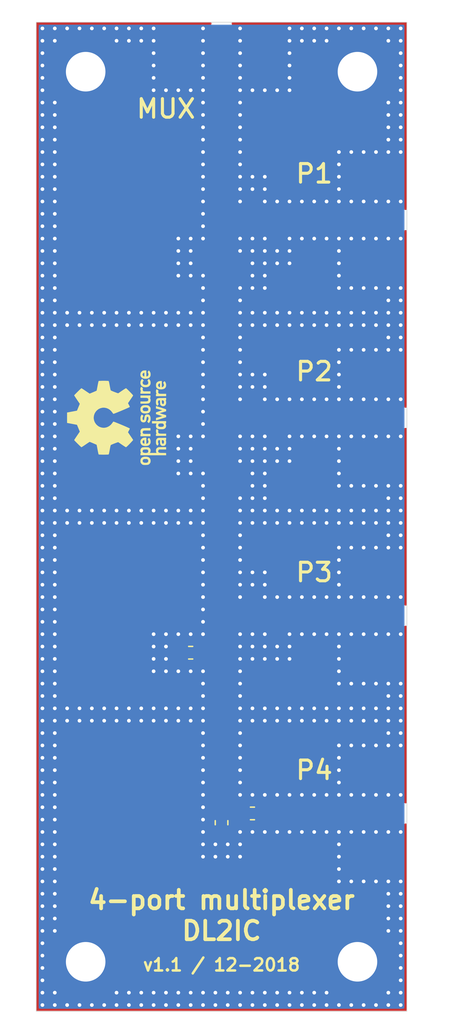
<source format=kicad_pcb>
(kicad_pcb (version 20171130) (host pcbnew "(6.0.0-rc1-dev-1290-gff6a3482e)")
  (layers (0 F.Cu signal) (31 B.Cu signal) (34 B.Paste user hide) (35 F.Paste user hide) (36 B.SilkS user) (37 F.SilkS user) (38 B.Mask user) (39 F.Mask user) (44 Edge.Cuts user))
  (net 0 "")
  (net 1 "Net-(C1-Pad2)")
  (net 2 GND)
  (net 3 "Net-(C4-Pad2)")
  (net 4 "Net-(C4-Pad1)")
  (net 5 "Net-(C5-Pad1)")
  (net 6 "Net-(C10-Pad2)")
  (net 7 "Net-(C7-Pad2)")
  (net 8 "Net-(C8-Pad2)")
  (net 9 "Net-(C10-Pad1)")
  (net 10 "Net-(C11-Pad1)")
  (net 11 "Net-(C12-Pad2)")
  (net 12 "Net-(C1-Pad1)")
  (net 13 "Net-(C2-Pad1)")
  (net 14 "Net-(C3-Pad1)")
  (net 15 "Net-(C6-Pad1)")
  (net 16 "Net-(C9-Pad2)")
  (net 17 "Net-(C13-Pad2)")
  (net 18 "Net-(C14-Pad2)")
  (net 19 "Net-(C15-Pad2)")
  (net 20 "Net-(J5-Pad1)")
  (module Multiplexer:SMA_Connector (layer F.Cu) (at 115 82.75)
    (fp_text reference J1 hide)
    (fp_text value Conn_Coaxial)
    (pad 2 smd rect (at 2.1 0) (size 3 5) (drill (offset 1.5 0)) (layers B.Cu B.Paste B.Mask) (net 2 GND))
    (pad 2 smd rect (at -2.1 0) (size 3 5) (drill (offset -1.5 0)) (layers B.Cu B.Paste B.Mask) (net 2 GND))
    (pad 2 smd rect (at 2.1 0) (size 3 5) (drill (offset 1.5 0)) (layers F.Cu F.Paste F.Mask) (net 2 GND))
    (pad 2 smd rect (at -2.1 0) (size 3 5) (drill (offset -1.5 0)) (layers F.Cu F.Paste F.Mask) (net 2 GND))
    (pad 1 smd rect (at 0 0) (size 1.3 5) (layers F.Cu F.Paste F.Mask) (net 1 "Net-(C1-Pad2)"))
  )
  (module Capacitor_SMD:C_0402_1005Metric (layer F.Cu) (at 113.5 99)
    (fp_text reference C7 hide)
    (fp_text value 27pF)
    (pad 2 smd roundrect (at 0.485 0) (size 0.59 0.64) (layers F.Cu F.Paste F.Mask) (net 7 "Net-(C7-Pad2)"))
    (pad 1 smd roundrect (at -0.485 0) (size 0.59 0.64) (layers F.Cu F.Paste F.Mask) (net 2 GND))
  )
  (module Capacitor_SMD:C_0402_1005Metric (layer F.Cu) (at 116.5 100 180)
    (fp_text reference C8 hide)
    (fp_text value 30pF)
    (pad 2 smd roundrect (at 0.485 0 180) (size 0.59 0.64) (layers F.Cu F.Paste F.Mask) (net 8 "Net-(C8-Pad2)"))
    (pad 1 smd roundrect (at -0.485 0 180) (size 0.59 0.64) (layers F.Cu F.Paste F.Mask) (net 2 GND))
  )
  (module Capacitor_SMD:C_0402_1005Metric (layer F.Cu) (at 113.5 115)
    (fp_text reference C12 hide)
    (fp_text value 360pF)
    (pad 2 smd roundrect (at 0.485 0) (size 0.59 0.64) (layers F.Cu F.Paste F.Mask) (net 11 "Net-(C12-Pad2)"))
    (pad 1 smd roundrect (at -0.485 0) (size 0.59 0.64) (layers F.Cu F.Paste F.Mask) (net 2 GND))
  )
  (module Capacitor_SMD:C_0402_1005Metric (layer F.Cu) (at 116.015 96 180)
    (fp_text reference C1 hide)
    (fp_text value 5.6pF)
    (pad 2 smd roundrect (at 0.485 0 180) (size 0.59 0.64) (layers F.Cu F.Paste F.Mask) (net 1 "Net-(C1-Pad2)"))
    (pad 1 smd roundrect (at -0.485 0 180) (size 0.59 0.64) (layers F.Cu F.Paste F.Mask) (net 12 "Net-(C1-Pad1)"))
  )
  (module Capacitor_SMD:C_0402_1005Metric (layer F.Cu) (at 118 96 180)
    (fp_text reference C2 hide)
    (fp_text value 4.2pF)
    (pad 2 smd roundrect (at 0.485 0 180) (size 0.59 0.64) (layers F.Cu F.Paste F.Mask) (net 12 "Net-(C1-Pad1)"))
    (pad 1 smd roundrect (at -0.485 0 180) (size 0.59 0.64) (layers F.Cu F.Paste F.Mask) (net 13 "Net-(C2-Pad1)"))
  )
  (module Capacitor_SMD:C_0402_1005Metric (layer F.Cu) (at 116 112 180)
    (fp_text reference C4 hide)
    (fp_text value 24pF)
    (pad 2 smd roundrect (at 0.485 0 180) (size 0.59 0.64) (layers F.Cu F.Paste F.Mask) (net 3 "Net-(C4-Pad2)"))
    (pad 1 smd roundrect (at -0.485 0 180) (size 0.59 0.64) (layers F.Cu F.Paste F.Mask) (net 4 "Net-(C4-Pad1)"))
  )
  (module Capacitor_SMD:C_0402_1005Metric (layer F.Cu) (at 116 128 180)
    (fp_text reference C9 hide)
    (fp_text value 360pF)
    (pad 2 smd roundrect (at 0.485 0 180) (size 0.59 0.64) (layers F.Cu F.Paste F.Mask) (net 16 "Net-(C9-Pad2)"))
    (pad 1 smd roundrect (at -0.485 0 180) (size 0.59 0.64) (layers F.Cu F.Paste F.Mask) (net 6 "Net-(C10-Pad2)"))
  )
  (module Capacitor_SMD:C_0603_1608Metric (layer F.Cu) (at 112.5 131)
    (fp_text reference C14 hide)
    (fp_text value 430nF)
    (pad 2 smd roundrect (at 0.7875 0) (size 0.875 0.95) (layers F.Cu F.Paste F.Mask) (net 18 "Net-(C14-Pad2)"))
    (pad 1 smd roundrect (at -0.7875 0) (size 0.875 0.95) (layers F.Cu F.Paste F.Mask) (net 2 GND))
  )
  (module Capacitor_SMD:C_0402_1005Metric (layer F.Cu) (at 119.985 96 180)
    (fp_text reference C3 hide)
    (fp_text value 10pF)
    (pad 2 smd roundrect (at 0.485 0 180) (size 0.59 0.64) (layers F.Cu F.Paste F.Mask) (net 13 "Net-(C2-Pad1)"))
    (pad 1 smd roundrect (at -0.485 0 180) (size 0.59 0.64) (layers F.Cu F.Paste F.Mask) (net 14 "Net-(C3-Pad1)"))
  )
  (module Capacitor_SMD:C_0402_1005Metric (layer F.Cu) (at 118 112 180)
    (fp_text reference C5 hide)
    (fp_text value 56pF)
    (pad 2 smd roundrect (at 0.485 0 180) (size 0.59 0.64) (layers F.Cu F.Paste F.Mask) (net 4 "Net-(C4-Pad1)"))
    (pad 1 smd roundrect (at -0.485 0 180) (size 0.59 0.64) (layers F.Cu F.Paste F.Mask) (net 5 "Net-(C5-Pad1)"))
  )
  (module Capacitor_SMD:C_0402_1005Metric (layer F.Cu) (at 118 128 180)
    (fp_text reference C10 hide)
    (fp_text value 680pF)
    (pad 2 smd roundrect (at 0.485 0 180) (size 0.59 0.64) (layers F.Cu F.Paste F.Mask) (net 6 "Net-(C10-Pad2)"))
    (pad 1 smd roundrect (at -0.485 0 180) (size 0.59 0.64) (layers F.Cu F.Paste F.Mask) (net 9 "Net-(C10-Pad1)"))
  )
  (module Capacitor_SMD:C_0603_1608Metric (layer F.Cu) (at 115 144.75 90)
    (fp_text reference C15 hide)
    (fp_text value 1uF)
    (pad 2 smd roundrect (at 0.7875 0 90) (size 0.875 0.95) (layers F.Cu F.Paste F.Mask) (net 19 "Net-(C15-Pad2)"))
    (pad 1 smd roundrect (at -0.7875 0 90) (size 0.875 0.95) (layers F.Cu F.Paste F.Mask) (net 2 GND))
  )
  (module Inductor_SMD:L_0402_1005Metric (layer F.Cu) (at 115 97.5 270)
    (fp_text reference L3 hide)
    (fp_text value 72nH)
    (pad 2 smd roundrect (at 0.485 0 270) (size 0.59 0.64) (layers F.Cu F.Paste F.Mask) (net 7 "Net-(C7-Pad2)"))
    (pad 1 smd roundrect (at -0.485 0 270) (size 0.59 0.64) (layers F.Cu F.Paste F.Mask) (net 1 "Net-(C1-Pad2)"))
  )
  (module Inductor_SMD:L_0402_1005Metric (layer F.Cu) (at 115 99.5 270)
    (fp_text reference L4 hide)
    (fp_text value 68nH)
    (pad 2 smd roundrect (at 0.485 0 270) (size 0.59 0.64) (layers F.Cu F.Paste F.Mask) (net 8 "Net-(C8-Pad2)"))
    (pad 1 smd roundrect (at -0.485 0 270) (size 0.59 0.64) (layers F.Cu F.Paste F.Mask) (net 7 "Net-(C7-Pad2)"))
  )
  (module Inductor_SMD:L_0402_1005Metric (layer F.Cu) (at 115 101.5 270)
    (fp_text reference L5 hide)
    (fp_text value 39nH)
    (pad 2 smd roundrect (at 0.485 0 270) (size 0.59 0.64) (layers F.Cu F.Paste F.Mask) (net 3 "Net-(C4-Pad2)"))
    (pad 1 smd roundrect (at -0.485 0 270) (size 0.59 0.64) (layers F.Cu F.Paste F.Mask) (net 8 "Net-(C8-Pad2)"))
  )
  (module Inductor_SMD:L_0402_1005Metric (layer F.Cu) (at 115 113.5 270)
    (fp_text reference L8 hide)
    (fp_text value 820nH)
    (pad 2 smd roundrect (at 0.485 0 270) (size 0.59 0.64) (layers F.Cu F.Paste F.Mask) (net 11 "Net-(C12-Pad2)"))
    (pad 1 smd roundrect (at -0.485 0 270) (size 0.59 0.64) (layers F.Cu F.Paste F.Mask) (net 3 "Net-(C4-Pad2)"))
  )
  (module Inductor_SMD:L_0402_1005Metric (layer F.Cu) (at 115 115.5 270)
    (fp_text reference L9 hide)
    (fp_text value 430nH)
    (pad 2 smd roundrect (at 0.485 0 270) (size 0.59 0.64) (layers F.Cu F.Paste F.Mask) (net 17 "Net-(C13-Pad2)"))
    (pad 1 smd roundrect (at -0.485 0 270) (size 0.59 0.64) (layers F.Cu F.Paste F.Mask) (net 11 "Net-(C12-Pad2)"))
  )
  (module Inductor_SMD:L_0402_1005Metric (layer F.Cu) (at 117.5 94.5 270)
    (fp_text reference L1 hide)
    (fp_text value 13nH)
    (pad 2 smd roundrect (at 0.485 0 270) (size 0.59 0.64) (layers F.Cu F.Paste F.Mask) (net 12 "Net-(C1-Pad1)"))
    (pad 1 smd roundrect (at -0.485 0 270) (size 0.59 0.64) (layers F.Cu F.Paste F.Mask) (net 2 GND))
  )
  (module Inductor_SMD:L_0402_1005Metric (layer F.Cu) (at 115 129.485 270)
    (fp_text reference L13 hide)
    (fp_text value 1uH)
    (pad 2 smd roundrect (at 0.485 0 270) (size 0.59 0.64) (layers F.Cu F.Paste F.Mask) (net 18 "Net-(C14-Pad2)"))
    (pad 1 smd roundrect (at -0.485 0 270) (size 0.59 0.64) (layers F.Cu F.Paste F.Mask) (net 16 "Net-(C9-Pad2)"))
  )
  (module Inductor_SMD:L_0402_1005Metric (layer F.Cu) (at 119.5 97.5 90)
    (fp_text reference L2 hide)
    (fp_text value 13nH)
    (pad 2 smd roundrect (at 0.485 0 90) (size 0.59 0.64) (layers F.Cu F.Paste F.Mask) (net 13 "Net-(C2-Pad1)"))
    (pad 1 smd roundrect (at -0.485 0 90) (size 0.59 0.64) (layers F.Cu F.Paste F.Mask) (net 2 GND))
  )
  (module Inductor_SMD:L_0402_1005Metric (layer F.Cu) (at 117.5 110.5 270)
    (fp_text reference L6 hide)
    (fp_text value 43nH)
    (pad 2 smd roundrect (at 0.485 0 270) (size 0.59 0.64) (layers F.Cu F.Paste F.Mask) (net 4 "Net-(C4-Pad1)"))
    (pad 1 smd roundrect (at -0.485 0 270) (size 0.59 0.64) (layers F.Cu F.Paste F.Mask) (net 2 GND))
  )
  (module Inductor_SMD:L_0402_1005Metric (layer F.Cu) (at 117.5 126.5 90)
    (fp_text reference L11 hide)
    (fp_text value 820nH)
    (pad 2 smd roundrect (at 0.485 0 90) (size 0.59 0.64) (layers F.Cu F.Paste F.Mask) (net 2 GND))
    (pad 1 smd roundrect (at -0.485 0 90) (size 0.59 0.64) (layers F.Cu F.Paste F.Mask) (net 6 "Net-(C10-Pad2)"))
  )
  (module Inductor_SMD:L_0402_1005Metric (layer F.Cu) (at 115 131.5 270)
    (fp_text reference L14 hide)
    (fp_text value 560nH)
    (pad 2 smd roundrect (at 0.485 0 270) (size 0.59 0.64) (layers F.Cu F.Paste F.Mask) (net 19 "Net-(C15-Pad2)"))
    (pad 1 smd roundrect (at -0.485 0 270) (size 0.59 0.64) (layers F.Cu F.Paste F.Mask) (net 18 "Net-(C14-Pad2)"))
  )
  (module MountingHole:MountingHole_3.2mm_M3_Pad (layer F.Cu) (at 104 156)
    (fp_text reference H1 hide)
    (fp_text value MountingHole_Pad)
    (pad 1 thru_hole circle (at 0 0) (size 6.4 6.4) (drill 3.2) (layers *.Cu *.Mask) (net 2 GND))
  )
  (module MountingHole:MountingHole_3.2mm_M3_Pad (layer F.Cu) (at 126 84)
    (fp_text reference H2 hide)
    (fp_text value MountingHole_Pad)
    (pad 1 thru_hole circle (at 0 0) (size 6.4 6.4) (drill 3.2) (layers *.Cu *.Mask) (net 2 GND))
  )
  (module MountingHole:MountingHole_3.2mm_M3_Pad (layer F.Cu) (at 104 84)
    (fp_text reference H3 hide)
    (fp_text value MountingHole_Pad)
    (pad 1 thru_hole circle (at 0 0) (size 6.4 6.4) (drill 3.2) (layers *.Cu *.Mask) (net 2 GND))
  )
  (module MountingHole:MountingHole_3.2mm_M3_Pad (layer F.Cu) (at 126 156)
    (fp_text reference H4 hide)
    (fp_text value MountingHole_Pad)
    (pad 1 thru_hole circle (at 0 0) (size 6.4 6.4) (drill 3.2) (layers *.Cu *.Mask) (net 2 GND))
  )
  (module Multiplexer:SMA_Connector (layer F.Cu) (at 127.25 96 270)
    (fp_text reference J2 hide)
    (fp_text value Conn_Coaxial)
    (pad 2 smd rect (at 2.1 0 270) (size 3 5) (drill (offset 1.5 0)) (layers B.Cu B.Paste B.Mask) (net 2 GND))
    (pad 2 smd rect (at -2.1 0 270) (size 3 5) (drill (offset -1.5 0)) (layers B.Cu B.Paste B.Mask) (net 2 GND))
    (pad 2 smd rect (at 2.1 0 270) (size 3 5) (drill (offset 1.5 0)) (layers F.Cu F.Paste F.Mask) (net 2 GND))
    (pad 2 smd rect (at -2.1 0 270) (size 3 5) (drill (offset -1.5 0)) (layers F.Cu F.Paste F.Mask) (net 2 GND))
    (pad 1 smd rect (at 0 0 270) (size 1.3 5) (layers F.Cu F.Paste F.Mask) (net 14 "Net-(C3-Pad1)"))
  )
  (module Multiplexer:SMA_Connector (layer F.Cu) (at 127.25 112 270)
    (fp_text reference J3 hide)
    (fp_text value Conn_Coaxial)
    (pad 2 smd rect (at 2.1 0 270) (size 3 5) (drill (offset 1.5 0)) (layers B.Cu B.Paste B.Mask) (net 2 GND))
    (pad 2 smd rect (at -2.1 0 270) (size 3 5) (drill (offset -1.5 0)) (layers B.Cu B.Paste B.Mask) (net 2 GND))
    (pad 2 smd rect (at 2.1 0 270) (size 3 5) (drill (offset 1.5 0)) (layers F.Cu F.Paste F.Mask) (net 2 GND))
    (pad 2 smd rect (at -2.1 0 270) (size 3 5) (drill (offset -1.5 0)) (layers F.Cu F.Paste F.Mask) (net 2 GND))
    (pad 1 smd rect (at 0 0 270) (size 1.3 5) (layers F.Cu F.Paste F.Mask) (net 15 "Net-(C6-Pad1)"))
  )
  (module Multiplexer:SMA_Connector (layer F.Cu) (at 127.25 128 270)
    (fp_text reference J4 hide)
    (fp_text value Conn_Coaxial)
    (pad 2 smd rect (at 2.1 0 270) (size 3 5) (drill (offset 1.5 0)) (layers B.Cu B.Paste B.Mask) (net 2 GND))
    (pad 2 smd rect (at -2.1 0 270) (size 3 5) (drill (offset -1.5 0)) (layers B.Cu B.Paste B.Mask) (net 2 GND))
    (pad 2 smd rect (at 2.1 0 270) (size 3 5) (drill (offset 1.5 0)) (layers F.Cu F.Paste F.Mask) (net 2 GND))
    (pad 2 smd rect (at -2.1 0 270) (size 3 5) (drill (offset -1.5 0)) (layers F.Cu F.Paste F.Mask) (net 2 GND))
    (pad 1 smd rect (at 0 0 270) (size 1.3 5) (layers F.Cu F.Paste F.Mask) (net 10 "Net-(C11-Pad1)"))
  )
  (module Multiplexer:SMA_Connector (layer F.Cu) (at 127.25 144 270)
    (fp_text reference J5 hide)
    (fp_text value Conn_Coaxial)
    (pad 2 smd rect (at 2.1 0 270) (size 3 5) (drill (offset 1.5 0)) (layers B.Cu B.Paste B.Mask) (net 2 GND))
    (pad 2 smd rect (at -2.1 0 270) (size 3 5) (drill (offset -1.5 0)) (layers B.Cu B.Paste B.Mask) (net 2 GND))
    (pad 2 smd rect (at 2.1 0 270) (size 3 5) (drill (offset 1.5 0)) (layers F.Cu F.Paste F.Mask) (net 2 GND))
    (pad 2 smd rect (at -2.1 0 270) (size 3 5) (drill (offset -1.5 0)) (layers F.Cu F.Paste F.Mask) (net 2 GND))
    (pad 1 smd rect (at 0 0 270) (size 1.3 5) (layers F.Cu F.Paste F.Mask) (net 20 "Net-(J5-Pad1)"))
  )
  (module Capacitor_SMD:C_0402_1005Metric (layer F.Cu) (at 120 112 180)
    (fp_text reference C6 hide)
    (fp_text value 0Ω)
    (pad 2 smd roundrect (at 0.485 0 180) (size 0.59 0.64) (layers F.Cu F.Paste F.Mask) (net 5 "Net-(C5-Pad1)"))
    (pad 1 smd roundrect (at -0.485 0 180) (size 0.59 0.64) (layers F.Cu F.Paste F.Mask) (net 15 "Net-(C6-Pad1)"))
  )
  (module Capacitor_SMD:C_0402_1005Metric (layer F.Cu) (at 120 128 180)
    (fp_text reference C11 hide)
    (fp_text value 0Ω)
    (pad 2 smd roundrect (at 0.485 0 180) (size 0.59 0.64) (layers F.Cu F.Paste F.Mask) (net 9 "Net-(C10-Pad1)"))
    (pad 1 smd roundrect (at -0.485 0 180) (size 0.59 0.64) (layers F.Cu F.Paste F.Mask) (net 10 "Net-(C11-Pad1)"))
  )
  (module Capacitor_SMD:C_0402_1005Metric (layer F.Cu) (at 116.5 117 180)
    (fp_text reference C13 hide)
    (fp_text value DNP)
    (pad 2 smd roundrect (at 0.485 0 180) (size 0.59 0.64) (layers F.Cu F.Paste F.Mask) (net 17 "Net-(C13-Pad2)"))
    (pad 1 smd roundrect (at -0.485 0 180) (size 0.59 0.64) (layers F.Cu F.Paste F.Mask) (net 2 GND))
  )
  (module Inductor_SMD:L_0402_1005Metric (layer F.Cu) (at 119.5 113.5 90)
    (fp_text reference L7 hide)
    (fp_text value DNP)
    (pad 2 smd roundrect (at 0.485 0 90) (size 0.59 0.64) (layers F.Cu F.Paste F.Mask) (net 5 "Net-(C5-Pad1)"))
    (pad 1 smd roundrect (at -0.485 0 90) (size 0.59 0.64) (layers F.Cu F.Paste F.Mask) (net 2 GND))
  )
  (module Inductor_SMD:L_0402_1005Metric (layer F.Cu) (at 115 117.5 270)
    (fp_text reference L10 hide)
    (fp_text value 0Ω)
    (pad 2 smd roundrect (at 0.485 0 270) (size 0.59 0.64) (layers F.Cu F.Paste F.Mask) (net 16 "Net-(C9-Pad2)"))
    (pad 1 smd roundrect (at -0.485 0 270) (size 0.59 0.64) (layers F.Cu F.Paste F.Mask) (net 17 "Net-(C13-Pad2)"))
  )
  (module Inductor_SMD:L_0402_1005Metric (layer F.Cu) (at 119.5 129.5 90)
    (fp_text reference L12 hide)
    (fp_text value DNP)
    (pad 2 smd roundrect (at 0.485 0 90) (size 0.59 0.64) (layers F.Cu F.Paste F.Mask) (net 9 "Net-(C10-Pad1)"))
    (pad 1 smd roundrect (at -0.485 0 90) (size 0.59 0.64) (layers F.Cu F.Paste F.Mask) (net 2 GND))
  )
  (module Inductor_SMD:L_0603_1608Metric (layer F.Cu) (at 117.5 144)
    (fp_text reference L15 hide)
    (fp_text value 0Ω)
    (pad 2 smd roundrect (at 0.7875 0) (size 0.875 0.95) (layers F.Cu F.Paste F.Mask) (net 20 "Net-(J5-Pad1)"))
    (pad 1 smd roundrect (at -0.7875 0) (size 0.875 0.95) (layers F.Cu F.Paste F.Mask) (net 19 "Net-(C15-Pad2)"))
  )
  (module Symbol:OSHW-Logo_7.5x8mm_SilkScreen (layer F.Cu) (at 106.5 112 90)
    (fp_text reference REF** hide)
    (fp_text value OSHW-Logo_7.5x8mm_SilkScreen hide)
  )
  (module Symbol:KiCad-Logo_5mm_SolderMask (layer F.Cu) (at 105.5 128 90)
    (fp_text reference REF** hide)
    (fp_text value KiCad-Logo_5mm_SolderMask)
  )
  (gr_text P4 (at 122.5 140.5) (layer F.SilkS) (effects (font (size 1.5 1.5) (thickness 0.25))))
  (gr_text P3 (at 122.5 124.5) (layer F.SilkS) (effects (font (size 1.5 1.5) (thickness 0.25))))
  (gr_text P2 (at 122.5 108.25) (layer F.SilkS) (effects (font (size 1.5 1.5) (thickness 0.25))))
  (gr_text MUX (at 110.5 87) (layer F.SilkS) (effects (font (size 1.5 1.5) (thickness 0.25))))
  (gr_text P1 (at 122.5 92.25) (layer F.SilkS) (effects (font (size 1.5 1.5) (thickness 0.25))))
  (gr_text "v1.1 / 12-2018" (at 115 156.25) (layer F.SilkS) (effects (font (size 1 1) (thickness 0.2))))
  (gr_text DL2IC (at 115 153.5) (layer F.SilkS) (effects (font (size 1.5 1.5) (thickness 0.3))))
  (gr_text "4-port multiplexer" (at 115 151) (layer F.SilkS) (effects (font (size 1.5 1.5) (thickness 0.3))))
  (gr_line (start 130 80) (end 100 80) (layer Edge.Cuts) (width 0.05))
  (gr_line (start 130 160) (end 130 80) (layer Edge.Cuts) (width 0.05))
  (gr_line (start 100 160) (end 130 160) (layer Edge.Cuts) (width 0.05))
  (gr_line (start 100 80) (end 100 160) (layer Edge.Cuts) (width 0.05))
  (segment (start 115 82.75) (end 115 96.75) (width 1.3) (layer F.Cu) (net 1))
  (via (at 113.5 105.5) (size 0.6) (drill 0.3) (layers F.Cu B.Cu) (net 2))
  (via (at 113.5 106.5) (size 0.6) (drill 0.3) (layers F.Cu B.Cu) (net 2))
  (via (at 113.5 107.5) (size 0.6) (drill 0.3) (layers F.Cu B.Cu) (net 2))
  (via (at 113.5 108.5) (size 0.6) (drill 0.3) (layers F.Cu B.Cu) (net 2))
  (via (at 113.5 109.5) (size 0.6) (drill 0.3) (layers F.Cu B.Cu) (net 2))
  (via (at 113.5 110.5) (size 0.6) (drill 0.3) (layers F.Cu B.Cu) (net 2))
  (via (at 113.5 111.5) (size 0.6) (drill 0.3) (layers F.Cu B.Cu) (net 2))
  (via (at 113.5 112.5) (size 0.6) (drill 0.3) (layers F.Cu B.Cu) (net 2))
  (via (at 113.5 113.5) (size 0.6) (drill 0.3) (layers F.Cu B.Cu) (net 2))
  (via (at 113.5 121.5) (size 0.6) (drill 0.3) (layers F.Cu B.Cu) (net 2))
  (via (at 113.5 122.5) (size 0.6) (drill 0.3) (layers F.Cu B.Cu) (net 2))
  (via (at 113.5 123.5) (size 0.6) (drill 0.3) (layers F.Cu B.Cu) (net 2))
  (via (at 113.5 124.5) (size 0.6) (drill 0.3) (layers F.Cu B.Cu) (net 2))
  (via (at 113.5 125.5) (size 0.6) (drill 0.3) (layers F.Cu B.Cu) (net 2))
  (via (at 113.5 126.5) (size 0.6) (drill 0.3) (layers F.Cu B.Cu) (net 2))
  (via (at 113.5 127.5) (size 0.6) (drill 0.3) (layers F.Cu B.Cu) (net 2))
  (via (at 113.5 128.5) (size 0.6) (drill 0.3) (layers F.Cu B.Cu) (net 2))
  (via (at 113.5 129.5) (size 0.6) (drill 0.3) (layers F.Cu B.Cu) (net 2))
  (via (at 113.5 137.5) (size 0.6) (drill 0.3) (layers F.Cu B.Cu) (net 2))
  (via (at 113.5 138.5) (size 0.6) (drill 0.3) (layers F.Cu B.Cu) (net 2))
  (via (at 113.5 139.5) (size 0.6) (drill 0.3) (layers F.Cu B.Cu) (net 2))
  (via (at 113.5 140.5) (size 0.6) (drill 0.3) (layers F.Cu B.Cu) (net 2))
  (via (at 113.5 141.5) (size 0.6) (drill 0.3) (layers F.Cu B.Cu) (net 2))
  (via (at 113.5 142.5) (size 0.6) (drill 0.3) (layers F.Cu B.Cu) (net 2))
  (via (at 113.5 143.5) (size 0.6) (drill 0.3) (layers F.Cu B.Cu) (net 2))
  (via (at 113.5 144.5) (size 0.6) (drill 0.3) (layers F.Cu B.Cu) (net 2))
  (via (at 113.5 145.5) (size 0.6) (drill 0.3) (layers F.Cu B.Cu) (net 2))
  (via (at 113.5 146.5) (size 0.6) (drill 0.3) (layers F.Cu B.Cu) (net 2))
  (via (at 113.5 147.5) (size 0.6) (drill 0.3) (layers F.Cu B.Cu) (net 2))
  (via (at 116.5 92.5) (size 0.6) (drill 0.3) (layers F.Cu B.Cu) (net 2))
  (via (at 116.5 81.5) (size 0.6) (drill 0.3) (layers F.Cu B.Cu) (net 2))
  (via (at 116.5 84.5) (size 0.6) (drill 0.3) (layers F.Cu B.Cu) (net 2))
  (via (at 116.5 80.5) (size 0.6) (drill 0.3) (layers F.Cu B.Cu) (net 2))
  (via (at 116.5 86.5) (size 0.6) (drill 0.3) (layers F.Cu B.Cu) (net 2))
  (via (at 116.5 83.5) (size 0.6) (drill 0.3) (layers F.Cu B.Cu) (net 2))
  (via (at 116.5 87.5) (size 0.6) (drill 0.3) (layers F.Cu B.Cu) (net 2))
  (via (at 116.5 91.5) (size 0.6) (drill 0.3) (layers F.Cu B.Cu) (net 2))
  (via (at 116.5 94.5) (size 0.6) (drill 0.3) (layers F.Cu B.Cu) (net 2))
  (via (at 116.5 88.5) (size 0.6) (drill 0.3) (layers F.Cu B.Cu) (net 2))
  (via (at 116.5 89.5) (size 0.6) (drill 0.3) (layers F.Cu B.Cu) (net 2))
  (via (at 116.5 82.5) (size 0.6) (drill 0.3) (layers F.Cu B.Cu) (net 2))
  (via (at 116.5 93.5) (size 0.6) (drill 0.3) (layers F.Cu B.Cu) (net 2))
  (via (at 116.5 85.5) (size 0.6) (drill 0.3) (layers F.Cu B.Cu) (net 2))
  (via (at 116.5 90.5) (size 0.6) (drill 0.3) (layers F.Cu B.Cu) (net 2))
  (via (at 101.5 98.5) (size 0.6) (drill 0.3) (layers F.Cu B.Cu) (net 2))
  (via (at 101.5 99.5) (size 0.6) (drill 0.3) (layers F.Cu B.Cu) (net 2))
  (via (at 100.5 95.5) (size 0.6) (drill 0.3) (layers F.Cu B.Cu) (net 2))
  (via (at 101.5 96.5) (size 0.6) (drill 0.3) (layers F.Cu B.Cu) (net 2))
  (via (at 100.5 96.5) (size 0.6) (drill 0.3) (layers F.Cu B.Cu) (net 2))
  (via (at 100.5 97.5) (size 0.6) (drill 0.3) (layers F.Cu B.Cu) (net 2))
  (via (at 101.5 97.5) (size 0.6) (drill 0.3) (layers F.Cu B.Cu) (net 2))
  (via (at 100.5 99.5) (size 0.6) (drill 0.3) (layers F.Cu B.Cu) (net 2))
  (via (at 100.5 98.5) (size 0.6) (drill 0.3) (layers F.Cu B.Cu) (net 2))
  (via (at 101.5 95.5) (size 0.6) (drill 0.3) (layers F.Cu B.Cu) (net 2))
  (via (at 101.5 93.5) (size 0.6) (drill 0.3) (layers F.Cu B.Cu) (net 2))
  (via (at 101.5 94.5) (size 0.6) (drill 0.3) (layers F.Cu B.Cu) (net 2))
  (via (at 100.5 90.5) (size 0.6) (drill 0.3) (layers F.Cu B.Cu) (net 2))
  (via (at 101.5 91.5) (size 0.6) (drill 0.3) (layers F.Cu B.Cu) (net 2))
  (via (at 100.5 91.5) (size 0.6) (drill 0.3) (layers F.Cu B.Cu) (net 2))
  (via (at 100.5 92.5) (size 0.6) (drill 0.3) (layers F.Cu B.Cu) (net 2))
  (via (at 101.5 92.5) (size 0.6) (drill 0.3) (layers F.Cu B.Cu) (net 2))
  (via (at 100.5 94.5) (size 0.6) (drill 0.3) (layers F.Cu B.Cu) (net 2))
  (via (at 100.5 93.5) (size 0.6) (drill 0.3) (layers F.Cu B.Cu) (net 2))
  (via (at 101.5 90.5) (size 0.6) (drill 0.3) (layers F.Cu B.Cu) (net 2))
  (via (at 101.5 112.5) (size 0.6) (drill 0.3) (layers F.Cu B.Cu) (net 2))
  (via (at 100.5 110.5) (size 0.6) (drill 0.3) (layers F.Cu B.Cu) (net 2))
  (via (at 100.5 106.5) (size 0.6) (drill 0.3) (layers F.Cu B.Cu) (net 2))
  (via (at 101.5 107.5) (size 0.6) (drill 0.3) (layers F.Cu B.Cu) (net 2))
  (via (at 100.5 114.5) (size 0.6) (drill 0.3) (layers F.Cu B.Cu) (net 2))
  (via (at 100.5 112.5) (size 0.6) (drill 0.3) (layers F.Cu B.Cu) (net 2))
  (via (at 101.5 108.5) (size 0.6) (drill 0.3) (layers F.Cu B.Cu) (net 2))
  (via (at 101.5 109.5) (size 0.6) (drill 0.3) (layers F.Cu B.Cu) (net 2))
  (via (at 101.5 110.5) (size 0.6) (drill 0.3) (layers F.Cu B.Cu) (net 2))
  (via (at 101.5 105.5) (size 0.6) (drill 0.3) (layers F.Cu B.Cu) (net 2))
  (via (at 100.5 105.5) (size 0.6) (drill 0.3) (layers F.Cu B.Cu) (net 2))
  (via (at 101.5 114.5) (size 0.6) (drill 0.3) (layers F.Cu B.Cu) (net 2))
  (via (at 101.5 113.5) (size 0.6) (drill 0.3) (layers F.Cu B.Cu) (net 2))
  (via (at 100.5 108.5) (size 0.6) (drill 0.3) (layers F.Cu B.Cu) (net 2))
  (via (at 101.5 111.5) (size 0.6) (drill 0.3) (layers F.Cu B.Cu) (net 2))
  (via (at 100.5 113.5) (size 0.6) (drill 0.3) (layers F.Cu B.Cu) (net 2))
  (via (at 101.5 106.5) (size 0.6) (drill 0.3) (layers F.Cu B.Cu) (net 2))
  (via (at 100.5 109.5) (size 0.6) (drill 0.3) (layers F.Cu B.Cu) (net 2))
  (via (at 100.5 107.5) (size 0.6) (drill 0.3) (layers F.Cu B.Cu) (net 2))
  (via (at 100.5 111.5) (size 0.6) (drill 0.3) (layers F.Cu B.Cu) (net 2))
  (via (at 101.5 118.5) (size 0.6) (drill 0.3) (layers F.Cu B.Cu) (net 2))
  (via (at 101.5 119.5) (size 0.6) (drill 0.3) (layers F.Cu B.Cu) (net 2))
  (via (at 100.5 115.5) (size 0.6) (drill 0.3) (layers F.Cu B.Cu) (net 2))
  (via (at 101.5 116.5) (size 0.6) (drill 0.3) (layers F.Cu B.Cu) (net 2))
  (via (at 100.5 116.5) (size 0.6) (drill 0.3) (layers F.Cu B.Cu) (net 2))
  (via (at 100.5 117.5) (size 0.6) (drill 0.3) (layers F.Cu B.Cu) (net 2))
  (via (at 101.5 117.5) (size 0.6) (drill 0.3) (layers F.Cu B.Cu) (net 2))
  (via (at 100.5 119.5) (size 0.6) (drill 0.3) (layers F.Cu B.Cu) (net 2))
  (via (at 100.5 118.5) (size 0.6) (drill 0.3) (layers F.Cu B.Cu) (net 2))
  (via (at 101.5 115.5) (size 0.6) (drill 0.3) (layers F.Cu B.Cu) (net 2))
  (via (at 101.5 127.5) (size 0.6) (drill 0.3) (layers F.Cu B.Cu) (net 2))
  (via (at 100.5 125.5) (size 0.6) (drill 0.3) (layers F.Cu B.Cu) (net 2))
  (via (at 100.5 121.5) (size 0.6) (drill 0.3) (layers F.Cu B.Cu) (net 2))
  (via (at 101.5 122.5) (size 0.6) (drill 0.3) (layers F.Cu B.Cu) (net 2))
  (via (at 100.5 129.5) (size 0.6) (drill 0.3) (layers F.Cu B.Cu) (net 2))
  (via (at 100.5 127.5) (size 0.6) (drill 0.3) (layers F.Cu B.Cu) (net 2))
  (via (at 101.5 123.5) (size 0.6) (drill 0.3) (layers F.Cu B.Cu) (net 2))
  (via (at 101.5 124.5) (size 0.6) (drill 0.3) (layers F.Cu B.Cu) (net 2))
  (via (at 101.5 125.5) (size 0.6) (drill 0.3) (layers F.Cu B.Cu) (net 2))
  (via (at 101.5 120.5) (size 0.6) (drill 0.3) (layers F.Cu B.Cu) (net 2))
  (via (at 100.5 120.5) (size 0.6) (drill 0.3) (layers F.Cu B.Cu) (net 2))
  (via (at 101.5 129.5) (size 0.6) (drill 0.3) (layers F.Cu B.Cu) (net 2))
  (via (at 101.5 128.5) (size 0.6) (drill 0.3) (layers F.Cu B.Cu) (net 2))
  (via (at 100.5 123.5) (size 0.6) (drill 0.3) (layers F.Cu B.Cu) (net 2))
  (via (at 101.5 126.5) (size 0.6) (drill 0.3) (layers F.Cu B.Cu) (net 2))
  (via (at 100.5 128.5) (size 0.6) (drill 0.3) (layers F.Cu B.Cu) (net 2))
  (via (at 101.5 121.5) (size 0.6) (drill 0.3) (layers F.Cu B.Cu) (net 2))
  (via (at 100.5 124.5) (size 0.6) (drill 0.3) (layers F.Cu B.Cu) (net 2))
  (via (at 100.5 122.5) (size 0.6) (drill 0.3) (layers F.Cu B.Cu) (net 2))
  (via (at 100.5 126.5) (size 0.6) (drill 0.3) (layers F.Cu B.Cu) (net 2))
  (via (at 101.5 133.5) (size 0.6) (drill 0.3) (layers F.Cu B.Cu) (net 2))
  (via (at 101.5 134.5) (size 0.6) (drill 0.3) (layers F.Cu B.Cu) (net 2))
  (via (at 100.5 130.5) (size 0.6) (drill 0.3) (layers F.Cu B.Cu) (net 2))
  (via (at 101.5 131.5) (size 0.6) (drill 0.3) (layers F.Cu B.Cu) (net 2))
  (via (at 100.5 131.5) (size 0.6) (drill 0.3) (layers F.Cu B.Cu) (net 2))
  (via (at 100.5 132.5) (size 0.6) (drill 0.3) (layers F.Cu B.Cu) (net 2))
  (via (at 101.5 132.5) (size 0.6) (drill 0.3) (layers F.Cu B.Cu) (net 2))
  (via (at 100.5 134.5) (size 0.6) (drill 0.3) (layers F.Cu B.Cu) (net 2))
  (via (at 100.5 133.5) (size 0.6) (drill 0.3) (layers F.Cu B.Cu) (net 2))
  (via (at 101.5 130.5) (size 0.6) (drill 0.3) (layers F.Cu B.Cu) (net 2))
  (via (at 101.5 142.5) (size 0.6) (drill 0.3) (layers F.Cu B.Cu) (net 2))
  (via (at 100.5 140.5) (size 0.6) (drill 0.3) (layers F.Cu B.Cu) (net 2))
  (via (at 100.5 136.5) (size 0.6) (drill 0.3) (layers F.Cu B.Cu) (net 2))
  (via (at 101.5 137.5) (size 0.6) (drill 0.3) (layers F.Cu B.Cu) (net 2))
  (via (at 100.5 144.5) (size 0.6) (drill 0.3) (layers F.Cu B.Cu) (net 2))
  (via (at 100.5 142.5) (size 0.6) (drill 0.3) (layers F.Cu B.Cu) (net 2))
  (via (at 101.5 138.5) (size 0.6) (drill 0.3) (layers F.Cu B.Cu) (net 2))
  (via (at 101.5 139.5) (size 0.6) (drill 0.3) (layers F.Cu B.Cu) (net 2))
  (via (at 101.5 140.5) (size 0.6) (drill 0.3) (layers F.Cu B.Cu) (net 2))
  (via (at 101.5 135.5) (size 0.6) (drill 0.3) (layers F.Cu B.Cu) (net 2))
  (via (at 100.5 135.5) (size 0.6) (drill 0.3) (layers F.Cu B.Cu) (net 2))
  (via (at 101.5 144.5) (size 0.6) (drill 0.3) (layers F.Cu B.Cu) (net 2))
  (via (at 101.5 143.5) (size 0.6) (drill 0.3) (layers F.Cu B.Cu) (net 2))
  (via (at 100.5 138.5) (size 0.6) (drill 0.3) (layers F.Cu B.Cu) (net 2))
  (via (at 101.5 141.5) (size 0.6) (drill 0.3) (layers F.Cu B.Cu) (net 2))
  (via (at 100.5 143.5) (size 0.6) (drill 0.3) (layers F.Cu B.Cu) (net 2))
  (via (at 101.5 136.5) (size 0.6) (drill 0.3) (layers F.Cu B.Cu) (net 2))
  (via (at 100.5 139.5) (size 0.6) (drill 0.3) (layers F.Cu B.Cu) (net 2))
  (via (at 100.5 137.5) (size 0.6) (drill 0.3) (layers F.Cu B.Cu) (net 2))
  (via (at 100.5 141.5) (size 0.6) (drill 0.3) (layers F.Cu B.Cu) (net 2))
  (via (at 101.5 148.5) (size 0.6) (drill 0.3) (layers F.Cu B.Cu) (net 2))
  (via (at 101.5 149.5) (size 0.6) (drill 0.3) (layers F.Cu B.Cu) (net 2))
  (via (at 100.5 145.5) (size 0.6) (drill 0.3) (layers F.Cu B.Cu) (net 2))
  (via (at 101.5 146.5) (size 0.6) (drill 0.3) (layers F.Cu B.Cu) (net 2))
  (via (at 100.5 146.5) (size 0.6) (drill 0.3) (layers F.Cu B.Cu) (net 2))
  (via (at 100.5 147.5) (size 0.6) (drill 0.3) (layers F.Cu B.Cu) (net 2))
  (via (at 101.5 147.5) (size 0.6) (drill 0.3) (layers F.Cu B.Cu) (net 2))
  (via (at 100.5 149.5) (size 0.6) (drill 0.3) (layers F.Cu B.Cu) (net 2))
  (via (at 100.5 148.5) (size 0.6) (drill 0.3) (layers F.Cu B.Cu) (net 2))
  (via (at 101.5 145.5) (size 0.6) (drill 0.3) (layers F.Cu B.Cu) (net 2))
  (via (at 100.5 152.5) (size 0.6) (drill 0.3) (layers F.Cu B.Cu) (net 2))
  (via (at 101.5 151.5) (size 0.6) (drill 0.3) (layers F.Cu B.Cu) (net 2))
  (via (at 100.5 151.5) (size 0.6) (drill 0.3) (layers F.Cu B.Cu) (net 2))
  (via (at 100.5 150.5) (size 0.6) (drill 0.3) (layers F.Cu B.Cu) (net 2))
  (via (at 101.5 152.5) (size 0.6) (drill 0.3) (layers F.Cu B.Cu) (net 2))
  (via (at 101.5 150.5) (size 0.6) (drill 0.3) (layers F.Cu B.Cu) (net 2))
  (via (at 100.5 155.5) (size 0.6) (drill 0.3) (layers F.Cu B.Cu) (net 2))
  (via (at 100.5 154.5) (size 0.6) (drill 0.3) (layers F.Cu B.Cu) (net 2))
  (via (at 100.5 153.5) (size 0.6) (drill 0.3) (layers F.Cu B.Cu) (net 2))
  (via (at 101.5 153.5) (size 0.6) (drill 0.3) (layers F.Cu B.Cu) (net 2))
  (via (at 100.5 88.5) (size 0.6) (drill 0.3) (layers F.Cu B.Cu) (net 2))
  (via (at 101.5 89.5) (size 0.6) (drill 0.3) (layers F.Cu B.Cu) (net 2))
  (via (at 101.5 88.5) (size 0.6) (drill 0.3) (layers F.Cu B.Cu) (net 2))
  (via (at 100.5 89.5) (size 0.6) (drill 0.3) (layers F.Cu B.Cu) (net 2))
  (via (at 109.5 120.5) (size 0.6) (drill 0.3) (layers F.Cu B.Cu) (net 2))
  (via (at 107.5 119.5) (size 0.6) (drill 0.3) (layers F.Cu B.Cu) (net 2))
  (via (at 110.5 119.5) (size 0.6) (drill 0.3) (layers F.Cu B.Cu) (net 2))
  (via (at 113.5 119.5) (size 0.6) (drill 0.3) (layers F.Cu B.Cu) (net 2))
  (via (at 106.5 119.5) (size 0.6) (drill 0.3) (layers F.Cu B.Cu) (net 2))
  (via (at 106.5 120.5) (size 0.6) (drill 0.3) (layers F.Cu B.Cu) (net 2))
  (via (at 108.5 120.5) (size 0.6) (drill 0.3) (layers F.Cu B.Cu) (net 2))
  (via (at 104.5 119.5) (size 0.6) (drill 0.3) (layers F.Cu B.Cu) (net 2))
  (via (at 102.5 120.5) (size 0.6) (drill 0.3) (layers F.Cu B.Cu) (net 2))
  (via (at 105.5 120.5) (size 0.6) (drill 0.3) (layers F.Cu B.Cu) (net 2))
  (via (at 108.5 119.5) (size 0.6) (drill 0.3) (layers F.Cu B.Cu) (net 2))
  (via (at 112.5 120.5) (size 0.6) (drill 0.3) (layers F.Cu B.Cu) (net 2))
  (via (at 112.5 119.5) (size 0.6) (drill 0.3) (layers F.Cu B.Cu) (net 2))
  (via (at 102.5 119.5) (size 0.6) (drill 0.3) (layers F.Cu B.Cu) (net 2))
  (via (at 111.5 120.5) (size 0.6) (drill 0.3) (layers F.Cu B.Cu) (net 2))
  (via (at 110.5 120.5) (size 0.6) (drill 0.3) (layers F.Cu B.Cu) (net 2))
  (via (at 105.5 119.5) (size 0.6) (drill 0.3) (layers F.Cu B.Cu) (net 2))
  (via (at 103.5 119.5) (size 0.6) (drill 0.3) (layers F.Cu B.Cu) (net 2))
  (via (at 113.5 120.5) (size 0.6) (drill 0.3) (layers F.Cu B.Cu) (net 2))
  (via (at 109.5 119.5) (size 0.6) (drill 0.3) (layers F.Cu B.Cu) (net 2))
  (via (at 107.5 120.5) (size 0.6) (drill 0.3) (layers F.Cu B.Cu) (net 2))
  (via (at 103.5 120.5) (size 0.6) (drill 0.3) (layers F.Cu B.Cu) (net 2))
  (via (at 111.5 119.5) (size 0.6) (drill 0.3) (layers F.Cu B.Cu) (net 2))
  (via (at 104.5 120.5) (size 0.6) (drill 0.3) (layers F.Cu B.Cu) (net 2))
  (via (at 109.5 136.5) (size 0.6) (drill 0.3) (layers F.Cu B.Cu) (net 2))
  (via (at 107.5 135.5) (size 0.6) (drill 0.3) (layers F.Cu B.Cu) (net 2))
  (via (at 110.5 135.5) (size 0.6) (drill 0.3) (layers F.Cu B.Cu) (net 2))
  (via (at 113.5 135.5) (size 0.6) (drill 0.3) (layers F.Cu B.Cu) (net 2))
  (via (at 106.5 135.5) (size 0.6) (drill 0.3) (layers F.Cu B.Cu) (net 2))
  (via (at 106.5 136.5) (size 0.6) (drill 0.3) (layers F.Cu B.Cu) (net 2))
  (via (at 108.5 136.5) (size 0.6) (drill 0.3) (layers F.Cu B.Cu) (net 2))
  (via (at 104.5 135.5) (size 0.6) (drill 0.3) (layers F.Cu B.Cu) (net 2))
  (via (at 102.5 136.5) (size 0.6) (drill 0.3) (layers F.Cu B.Cu) (net 2))
  (via (at 105.5 136.5) (size 0.6) (drill 0.3) (layers F.Cu B.Cu) (net 2))
  (via (at 108.5 135.5) (size 0.6) (drill 0.3) (layers F.Cu B.Cu) (net 2))
  (via (at 112.5 136.5) (size 0.6) (drill 0.3) (layers F.Cu B.Cu) (net 2))
  (via (at 112.5 135.5) (size 0.6) (drill 0.3) (layers F.Cu B.Cu) (net 2))
  (via (at 102.5 135.5) (size 0.6) (drill 0.3) (layers F.Cu B.Cu) (net 2))
  (via (at 111.5 136.5) (size 0.6) (drill 0.3) (layers F.Cu B.Cu) (net 2))
  (via (at 110.5 136.5) (size 0.6) (drill 0.3) (layers F.Cu B.Cu) (net 2))
  (via (at 105.5 135.5) (size 0.6) (drill 0.3) (layers F.Cu B.Cu) (net 2))
  (via (at 103.5 135.5) (size 0.6) (drill 0.3) (layers F.Cu B.Cu) (net 2))
  (via (at 113.5 136.5) (size 0.6) (drill 0.3) (layers F.Cu B.Cu) (net 2))
  (via (at 109.5 135.5) (size 0.6) (drill 0.3) (layers F.Cu B.Cu) (net 2))
  (via (at 107.5 136.5) (size 0.6) (drill 0.3) (layers F.Cu B.Cu) (net 2))
  (via (at 103.5 136.5) (size 0.6) (drill 0.3) (layers F.Cu B.Cu) (net 2))
  (via (at 111.5 135.5) (size 0.6) (drill 0.3) (layers F.Cu B.Cu) (net 2))
  (via (at 104.5 136.5) (size 0.6) (drill 0.3) (layers F.Cu B.Cu) (net 2))
  (via (at 123.5 136.5) (size 0.6) (drill 0.3) (layers F.Cu B.Cu) (net 2))
  (via (at 121.5 135.5) (size 0.6) (drill 0.3) (layers F.Cu B.Cu) (net 2))
  (via (at 124.5 135.5) (size 0.6) (drill 0.3) (layers F.Cu B.Cu) (net 2))
  (via (at 127.5 135.5) (size 0.6) (drill 0.3) (layers F.Cu B.Cu) (net 2))
  (via (at 120.5 135.5) (size 0.6) (drill 0.3) (layers F.Cu B.Cu) (net 2))
  (via (at 120.5 136.5) (size 0.6) (drill 0.3) (layers F.Cu B.Cu) (net 2))
  (via (at 122.5 136.5) (size 0.6) (drill 0.3) (layers F.Cu B.Cu) (net 2))
  (via (at 118.5 135.5) (size 0.6) (drill 0.3) (layers F.Cu B.Cu) (net 2))
  (via (at 116.5 136.5) (size 0.6) (drill 0.3) (layers F.Cu B.Cu) (net 2))
  (via (at 119.5 136.5) (size 0.6) (drill 0.3) (layers F.Cu B.Cu) (net 2))
  (via (at 122.5 135.5) (size 0.6) (drill 0.3) (layers F.Cu B.Cu) (net 2))
  (via (at 126.5 136.5) (size 0.6) (drill 0.3) (layers F.Cu B.Cu) (net 2))
  (via (at 126.5 135.5) (size 0.6) (drill 0.3) (layers F.Cu B.Cu) (net 2))
  (via (at 116.5 135.5) (size 0.6) (drill 0.3) (layers F.Cu B.Cu) (net 2))
  (via (at 125.5 136.5) (size 0.6) (drill 0.3) (layers F.Cu B.Cu) (net 2))
  (via (at 124.5 136.5) (size 0.6) (drill 0.3) (layers F.Cu B.Cu) (net 2))
  (via (at 119.5 135.5) (size 0.6) (drill 0.3) (layers F.Cu B.Cu) (net 2))
  (via (at 117.5 135.5) (size 0.6) (drill 0.3) (layers F.Cu B.Cu) (net 2))
  (via (at 127.5 136.5) (size 0.6) (drill 0.3) (layers F.Cu B.Cu) (net 2))
  (via (at 123.5 135.5) (size 0.6) (drill 0.3) (layers F.Cu B.Cu) (net 2))
  (via (at 121.5 136.5) (size 0.6) (drill 0.3) (layers F.Cu B.Cu) (net 2))
  (via (at 117.5 136.5) (size 0.6) (drill 0.3) (layers F.Cu B.Cu) (net 2))
  (via (at 125.5 135.5) (size 0.6) (drill 0.3) (layers F.Cu B.Cu) (net 2))
  (via (at 118.5 136.5) (size 0.6) (drill 0.3) (layers F.Cu B.Cu) (net 2))
  (via (at 123.5 120.5) (size 0.6) (drill 0.3) (layers F.Cu B.Cu) (net 2))
  (via (at 121.5 119.5) (size 0.6) (drill 0.3) (layers F.Cu B.Cu) (net 2))
  (via (at 124.5 119.5) (size 0.6) (drill 0.3) (layers F.Cu B.Cu) (net 2))
  (via (at 127.5 119.5) (size 0.6) (drill 0.3) (layers F.Cu B.Cu) (net 2))
  (via (at 120.5 119.5) (size 0.6) (drill 0.3) (layers F.Cu B.Cu) (net 2))
  (via (at 120.5 120.5) (size 0.6) (drill 0.3) (layers F.Cu B.Cu) (net 2))
  (via (at 122.5 120.5) (size 0.6) (drill 0.3) (layers F.Cu B.Cu) (net 2))
  (via (at 118.5 119.5) (size 0.6) (drill 0.3) (layers F.Cu B.Cu) (net 2))
  (via (at 116.5 120.5) (size 0.6) (drill 0.3) (layers F.Cu B.Cu) (net 2))
  (via (at 119.5 120.5) (size 0.6) (drill 0.3) (layers F.Cu B.Cu) (net 2))
  (via (at 122.5 119.5) (size 0.6) (drill 0.3) (layers F.Cu B.Cu) (net 2))
  (via (at 126.5 120.5) (size 0.6) (drill 0.3) (layers F.Cu B.Cu) (net 2))
  (via (at 126.5 119.5) (size 0.6) (drill 0.3) (layers F.Cu B.Cu) (net 2))
  (via (at 116.5 119.5) (size 0.6) (drill 0.3) (layers F.Cu B.Cu) (net 2))
  (via (at 125.5 120.5) (size 0.6) (drill 0.3) (layers F.Cu B.Cu) (net 2))
  (via (at 124.5 120.5) (size 0.6) (drill 0.3) (layers F.Cu B.Cu) (net 2))
  (via (at 119.5 119.5) (size 0.6) (drill 0.3) (layers F.Cu B.Cu) (net 2))
  (via (at 117.5 119.5) (size 0.6) (drill 0.3) (layers F.Cu B.Cu) (net 2))
  (via (at 127.5 120.5) (size 0.6) (drill 0.3) (layers F.Cu B.Cu) (net 2))
  (via (at 123.5 119.5) (size 0.6) (drill 0.3) (layers F.Cu B.Cu) (net 2))
  (via (at 121.5 120.5) (size 0.6) (drill 0.3) (layers F.Cu B.Cu) (net 2))
  (via (at 117.5 120.5) (size 0.6) (drill 0.3) (layers F.Cu B.Cu) (net 2))
  (via (at 125.5 119.5) (size 0.6) (drill 0.3) (layers F.Cu B.Cu) (net 2))
  (via (at 118.5 120.5) (size 0.6) (drill 0.3) (layers F.Cu B.Cu) (net 2))
  (via (at 123.5 104.5) (size 0.6) (drill 0.3) (layers F.Cu B.Cu) (net 2))
  (via (at 121.5 103.5) (size 0.6) (drill 0.3) (layers F.Cu B.Cu) (net 2))
  (via (at 124.5 103.5) (size 0.6) (drill 0.3) (layers F.Cu B.Cu) (net 2))
  (via (at 127.5 103.5) (size 0.6) (drill 0.3) (layers F.Cu B.Cu) (net 2))
  (via (at 120.5 103.5) (size 0.6) (drill 0.3) (layers F.Cu B.Cu) (net 2))
  (via (at 120.5 104.5) (size 0.6) (drill 0.3) (layers F.Cu B.Cu) (net 2))
  (via (at 122.5 104.5) (size 0.6) (drill 0.3) (layers F.Cu B.Cu) (net 2))
  (via (at 118.5 103.5) (size 0.6) (drill 0.3) (layers F.Cu B.Cu) (net 2))
  (via (at 116.5 104.5) (size 0.6) (drill 0.3) (layers F.Cu B.Cu) (net 2))
  (via (at 119.5 104.5) (size 0.6) (drill 0.3) (layers F.Cu B.Cu) (net 2))
  (via (at 122.5 103.5) (size 0.6) (drill 0.3) (layers F.Cu B.Cu) (net 2))
  (via (at 126.5 104.5) (size 0.6) (drill 0.3) (layers F.Cu B.Cu) (net 2))
  (via (at 126.5 103.5) (size 0.6) (drill 0.3) (layers F.Cu B.Cu) (net 2))
  (via (at 116.5 103.5) (size 0.6) (drill 0.3) (layers F.Cu B.Cu) (net 2))
  (via (at 125.5 104.5) (size 0.6) (drill 0.3) (layers F.Cu B.Cu) (net 2))
  (via (at 124.5 104.5) (size 0.6) (drill 0.3) (layers F.Cu B.Cu) (net 2))
  (via (at 119.5 103.5) (size 0.6) (drill 0.3) (layers F.Cu B.Cu) (net 2))
  (via (at 117.5 103.5) (size 0.6) (drill 0.3) (layers F.Cu B.Cu) (net 2))
  (via (at 127.5 104.5) (size 0.6) (drill 0.3) (layers F.Cu B.Cu) (net 2))
  (via (at 123.5 103.5) (size 0.6) (drill 0.3) (layers F.Cu B.Cu) (net 2))
  (via (at 121.5 104.5) (size 0.6) (drill 0.3) (layers F.Cu B.Cu) (net 2))
  (via (at 117.5 104.5) (size 0.6) (drill 0.3) (layers F.Cu B.Cu) (net 2))
  (via (at 125.5 103.5) (size 0.6) (drill 0.3) (layers F.Cu B.Cu) (net 2))
  (via (at 118.5 104.5) (size 0.6) (drill 0.3) (layers F.Cu B.Cu) (net 2))
  (via (at 129.5 103.5) (size 0.6) (drill 0.3) (layers F.Cu B.Cu) (net 2))
  (via (at 128.5 104.5) (size 0.6) (drill 0.3) (layers F.Cu B.Cu) (net 2))
  (via (at 128.5 103.5) (size 0.6) (drill 0.3) (layers F.Cu B.Cu) (net 2))
  (via (at 129.5 104.5) (size 0.6) (drill 0.3) (layers F.Cu B.Cu) (net 2))
  (via (at 128.5 105.5) (size 0.6) (drill 0.3) (layers F.Cu B.Cu) (net 2))
  (via (at 129.5 105.5) (size 0.6) (drill 0.3) (layers F.Cu B.Cu) (net 2))
  (via (at 128.5 102.5) (size 0.6) (drill 0.3) (layers F.Cu B.Cu) (net 2))
  (via (at 129.5 102.5) (size 0.6) (drill 0.3) (layers F.Cu B.Cu) (net 2))
  (via (at 128.5 118.5) (size 0.6) (drill 0.3) (layers F.Cu B.Cu) (net 2))
  (via (at 129.5 121.5) (size 0.6) (drill 0.3) (layers F.Cu B.Cu) (net 2))
  (via (at 128.5 120.5) (size 0.6) (drill 0.3) (layers F.Cu B.Cu) (net 2))
  (via (at 129.5 119.5) (size 0.6) (drill 0.3) (layers F.Cu B.Cu) (net 2))
  (via (at 128.5 121.5) (size 0.6) (drill 0.3) (layers F.Cu B.Cu) (net 2))
  (via (at 129.5 120.5) (size 0.6) (drill 0.3) (layers F.Cu B.Cu) (net 2))
  (via (at 129.5 118.5) (size 0.6) (drill 0.3) (layers F.Cu B.Cu) (net 2))
  (via (at 128.5 119.5) (size 0.6) (drill 0.3) (layers F.Cu B.Cu) (net 2))
  (via (at 128.5 134.5) (size 0.6) (drill 0.3) (layers F.Cu B.Cu) (net 2))
  (via (at 129.5 137.5) (size 0.6) (drill 0.3) (layers F.Cu B.Cu) (net 2))
  (via (at 128.5 136.5) (size 0.6) (drill 0.3) (layers F.Cu B.Cu) (net 2))
  (via (at 129.5 135.5) (size 0.6) (drill 0.3) (layers F.Cu B.Cu) (net 2))
  (via (at 128.5 137.5) (size 0.6) (drill 0.3) (layers F.Cu B.Cu) (net 2))
  (via (at 129.5 136.5) (size 0.6) (drill 0.3) (layers F.Cu B.Cu) (net 2))
  (via (at 129.5 134.5) (size 0.6) (drill 0.3) (layers F.Cu B.Cu) (net 2))
  (via (at 128.5 135.5) (size 0.6) (drill 0.3) (layers F.Cu B.Cu) (net 2))
  (via (at 128.5 150.5) (size 0.6) (drill 0.3) (layers F.Cu B.Cu) (net 2))
  (via (at 129.5 153.5) (size 0.6) (drill 0.3) (layers F.Cu B.Cu) (net 2))
  (via (at 128.5 152.5) (size 0.6) (drill 0.3) (layers F.Cu B.Cu) (net 2))
  (via (at 129.5 151.5) (size 0.6) (drill 0.3) (layers F.Cu B.Cu) (net 2))
  (via (at 128.5 153.5) (size 0.6) (drill 0.3) (layers F.Cu B.Cu) (net 2))
  (via (at 129.5 152.5) (size 0.6) (drill 0.3) (layers F.Cu B.Cu) (net 2))
  (via (at 129.5 150.5) (size 0.6) (drill 0.3) (layers F.Cu B.Cu) (net 2))
  (via (at 128.5 151.5) (size 0.6) (drill 0.3) (layers F.Cu B.Cu) (net 2))
  (via (at 103.5 159.5) (size 0.6) (drill 0.3) (layers F.Cu B.Cu) (net 2))
  (via (at 104.5 159.5) (size 0.6) (drill 0.3) (layers F.Cu B.Cu) (net 2))
  (via (at 105.5 159.5) (size 0.6) (drill 0.3) (layers F.Cu B.Cu) (net 2))
  (via (at 108.5 158.5) (size 0.6) (drill 0.3) (layers F.Cu B.Cu) (net 2))
  (via (at 107.5 158.5) (size 0.6) (drill 0.3) (layers F.Cu B.Cu) (net 2))
  (via (at 100.5 158.5) (size 0.6) (drill 0.3) (layers F.Cu B.Cu) (net 2))
  (via (at 101.5 158.5) (size 0.6) (drill 0.3) (layers F.Cu B.Cu) (net 2))
  (via (at 102.5 159.5) (size 0.6) (drill 0.3) (layers F.Cu B.Cu) (net 2))
  (via (at 101.5 159.5) (size 0.6) (drill 0.3) (layers F.Cu B.Cu) (net 2))
  (via (at 106.5 159.5) (size 0.6) (drill 0.3) (layers F.Cu B.Cu) (net 2))
  (via (at 109.5 159.5) (size 0.6) (drill 0.3) (layers F.Cu B.Cu) (net 2))
  (via (at 108.5 159.5) (size 0.6) (drill 0.3) (layers F.Cu B.Cu) (net 2))
  (via (at 109.5 158.5) (size 0.6) (drill 0.3) (layers F.Cu B.Cu) (net 2))
  (via (at 107.5 159.5) (size 0.6) (drill 0.3) (layers F.Cu B.Cu) (net 2))
  (via (at 100.5 159.5) (size 0.6) (drill 0.3) (layers F.Cu B.Cu) (net 2))
  (via (at 106.5 158.5) (size 0.6) (drill 0.3) (layers F.Cu B.Cu) (net 2))
  (via (at 113.5 159.5) (size 0.6) (drill 0.3) (layers F.Cu B.Cu) (net 2))
  (via (at 114.5 158.5) (size 0.6) (drill 0.3) (layers F.Cu B.Cu) (net 2))
  (via (at 114.5 159.5) (size 0.6) (drill 0.3) (layers F.Cu B.Cu) (net 2))
  (via (at 115.5 158.5) (size 0.6) (drill 0.3) (layers F.Cu B.Cu) (net 2))
  (via (at 115.5 159.5) (size 0.6) (drill 0.3) (layers F.Cu B.Cu) (net 2))
  (via (at 118.5 158.5) (size 0.6) (drill 0.3) (layers F.Cu B.Cu) (net 2))
  (via (at 117.5 158.5) (size 0.6) (drill 0.3) (layers F.Cu B.Cu) (net 2))
  (via (at 110.5 158.5) (size 0.6) (drill 0.3) (layers F.Cu B.Cu) (net 2))
  (via (at 111.5 158.5) (size 0.6) (drill 0.3) (layers F.Cu B.Cu) (net 2))
  (via (at 112.5 159.5) (size 0.6) (drill 0.3) (layers F.Cu B.Cu) (net 2))
  (via (at 111.5 159.5) (size 0.6) (drill 0.3) (layers F.Cu B.Cu) (net 2))
  (via (at 116.5 159.5) (size 0.6) (drill 0.3) (layers F.Cu B.Cu) (net 2))
  (via (at 119.5 159.5) (size 0.6) (drill 0.3) (layers F.Cu B.Cu) (net 2))
  (via (at 113.5 158.5) (size 0.6) (drill 0.3) (layers F.Cu B.Cu) (net 2))
  (via (at 118.5 159.5) (size 0.6) (drill 0.3) (layers F.Cu B.Cu) (net 2))
  (via (at 119.5 158.5) (size 0.6) (drill 0.3) (layers F.Cu B.Cu) (net 2))
  (via (at 117.5 159.5) (size 0.6) (drill 0.3) (layers F.Cu B.Cu) (net 2))
  (via (at 110.5 159.5) (size 0.6) (drill 0.3) (layers F.Cu B.Cu) (net 2))
  (via (at 112.5 158.5) (size 0.6) (drill 0.3) (layers F.Cu B.Cu) (net 2))
  (via (at 116.5 158.5) (size 0.6) (drill 0.3) (layers F.Cu B.Cu) (net 2))
  (via (at 123.5 159.5) (size 0.6) (drill 0.3) (layers F.Cu B.Cu) (net 2))
  (via (at 124.5 159.5) (size 0.6) (drill 0.3) (layers F.Cu B.Cu) (net 2))
  (via (at 125.5 159.5) (size 0.6) (drill 0.3) (layers F.Cu B.Cu) (net 2))
  (via (at 128.5 158.5) (size 0.6) (drill 0.3) (layers F.Cu B.Cu) (net 2))
  (via (at 120.5 158.5) (size 0.6) (drill 0.3) (layers F.Cu B.Cu) (net 2))
  (via (at 121.5 158.5) (size 0.6) (drill 0.3) (layers F.Cu B.Cu) (net 2))
  (via (at 122.5 159.5) (size 0.6) (drill 0.3) (layers F.Cu B.Cu) (net 2))
  (via (at 121.5 159.5) (size 0.6) (drill 0.3) (layers F.Cu B.Cu) (net 2))
  (via (at 126.5 159.5) (size 0.6) (drill 0.3) (layers F.Cu B.Cu) (net 2))
  (via (at 129.5 159.5) (size 0.6) (drill 0.3) (layers F.Cu B.Cu) (net 2))
  (via (at 123.5 158.5) (size 0.6) (drill 0.3) (layers F.Cu B.Cu) (net 2))
  (via (at 128.5 159.5) (size 0.6) (drill 0.3) (layers F.Cu B.Cu) (net 2))
  (via (at 129.5 158.5) (size 0.6) (drill 0.3) (layers F.Cu B.Cu) (net 2))
  (via (at 127.5 159.5) (size 0.6) (drill 0.3) (layers F.Cu B.Cu) (net 2))
  (via (at 120.5 159.5) (size 0.6) (drill 0.3) (layers F.Cu B.Cu) (net 2))
  (via (at 122.5 158.5) (size 0.6) (drill 0.3) (layers F.Cu B.Cu) (net 2))
  (via (at 129.5 157.5) (size 0.6) (drill 0.3) (layers F.Cu B.Cu) (net 2))
  (via (at 129.5 156.5) (size 0.6) (drill 0.3) (layers F.Cu B.Cu) (net 2))
  (via (at 129.5 155.5) (size 0.6) (drill 0.3) (layers F.Cu B.Cu) (net 2))
  (via (at 129.5 154.5) (size 0.6) (drill 0.3) (layers F.Cu B.Cu) (net 2))
  (via (at 100.5 157.5) (size 0.6) (drill 0.3) (layers F.Cu B.Cu) (net 2))
  (via (at 100.5 156.5) (size 0.6) (drill 0.3) (layers F.Cu B.Cu) (net 2))
  (via (at 101.5 81.5) (size 0.6) (drill 0.3) (layers F.Cu B.Cu) (net 2))
  (via (at 100.5 80.5) (size 0.6) (drill 0.3) (layers F.Cu B.Cu) (net 2))
  (via (at 100.5 81.5) (size 0.6) (drill 0.3) (layers F.Cu B.Cu) (net 2))
  (via (at 100.5 83.5) (size 0.6) (drill 0.3) (layers F.Cu B.Cu) (net 2))
  (via (at 101.5 80.5) (size 0.6) (drill 0.3) (layers F.Cu B.Cu) (net 2))
  (via (at 100.5 82.5) (size 0.6) (drill 0.3) (layers F.Cu B.Cu) (net 2))
  (via (at 101.5 86.5) (size 0.6) (drill 0.3) (layers F.Cu B.Cu) (net 2))
  (via (at 100.5 84.5) (size 0.6) (drill 0.3) (layers F.Cu B.Cu) (net 2))
  (via (at 100.5 85.5) (size 0.6) (drill 0.3) (layers F.Cu B.Cu) (net 2))
  (via (at 100.5 87.5) (size 0.6) (drill 0.3) (layers F.Cu B.Cu) (net 2))
  (via (at 101.5 87.5) (size 0.6) (drill 0.3) (layers F.Cu B.Cu) (net 2))
  (via (at 100.5 86.5) (size 0.6) (drill 0.3) (layers F.Cu B.Cu) (net 2))
  (via (at 128.5 87.5) (size 0.6) (drill 0.3) (layers F.Cu B.Cu) (net 2))
  (via (at 128.5 89.5) (size 0.6) (drill 0.3) (layers F.Cu B.Cu) (net 2))
  (via (at 129.5 88.5) (size 0.6) (drill 0.3) (layers F.Cu B.Cu) (net 2))
  (via (at 129.5 89.5) (size 0.6) (drill 0.3) (layers F.Cu B.Cu) (net 2))
  (via (at 129.5 87.5) (size 0.6) (drill 0.3) (layers F.Cu B.Cu) (net 2))
  (via (at 128.5 88.5) (size 0.6) (drill 0.3) (layers F.Cu B.Cu) (net 2))
  (via (at 128.5 86.5) (size 0.6) (drill 0.3) (layers F.Cu B.Cu) (net 2))
  (via (at 129.5 85.5) (size 0.6) (drill 0.3) (layers F.Cu B.Cu) (net 2))
  (via (at 129.5 86.5) (size 0.6) (drill 0.3) (layers F.Cu B.Cu) (net 2))
  (via (at 129.5 84.5) (size 0.6) (drill 0.3) (layers F.Cu B.Cu) (net 2))
  (via (at 128.5 80.5) (size 0.6) (drill 0.3) (layers F.Cu B.Cu) (net 2))
  (via (at 129.5 83.5) (size 0.6) (drill 0.3) (layers F.Cu B.Cu) (net 2))
  (via (at 129.5 81.5) (size 0.6) (drill 0.3) (layers F.Cu B.Cu) (net 2))
  (via (at 129.5 82.5) (size 0.6) (drill 0.3) (layers F.Cu B.Cu) (net 2))
  (via (at 129.5 80.5) (size 0.6) (drill 0.3) (layers F.Cu B.Cu) (net 2))
  (via (at 128.5 81.5) (size 0.6) (drill 0.3) (layers F.Cu B.Cu) (net 2))
  (via (at 121.5 81.5) (size 0.6) (drill 0.3) (layers F.Cu B.Cu) (net 2))
  (via (at 123.5 81.5) (size 0.6) (drill 0.3) (layers F.Cu B.Cu) (net 2))
  (via (at 122.5 80.5) (size 0.6) (drill 0.3) (layers F.Cu B.Cu) (net 2))
  (via (at 123.5 80.5) (size 0.6) (drill 0.3) (layers F.Cu B.Cu) (net 2))
  (via (at 121.5 80.5) (size 0.6) (drill 0.3) (layers F.Cu B.Cu) (net 2))
  (via (at 122.5 81.5) (size 0.6) (drill 0.3) (layers F.Cu B.Cu) (net 2))
  (via (at 126.5 80.5) (size 0.6) (drill 0.3) (layers F.Cu B.Cu) (net 2))
  (via (at 127.5 80.5) (size 0.6) (drill 0.3) (layers F.Cu B.Cu) (net 2))
  (via (at 125.5 80.5) (size 0.6) (drill 0.3) (layers F.Cu B.Cu) (net 2))
  (via (at 124.5 80.5) (size 0.6) (drill 0.3) (layers F.Cu B.Cu) (net 2))
  (via (at 102.5 80.5) (size 0.6) (drill 0.3) (layers F.Cu B.Cu) (net 2))
  (via (at 103.5 80.5) (size 0.6) (drill 0.3) (layers F.Cu B.Cu) (net 2))
  (via (at 104.5 80.5) (size 0.6) (drill 0.3) (layers F.Cu B.Cu) (net 2))
  (via (at 105.5 80.5) (size 0.6) (drill 0.3) (layers F.Cu B.Cu) (net 2))
  (via (at 106.5 80.5) (size 0.6) (drill 0.3) (layers F.Cu B.Cu) (net 2))
  (via (at 107.5 80.5) (size 0.6) (drill 0.3) (layers F.Cu B.Cu) (net 2))
  (via (at 108.5 80.5) (size 0.6) (drill 0.3) (layers F.Cu B.Cu) (net 2))
  (via (at 108.5 81.5) (size 0.6) (drill 0.3) (layers F.Cu B.Cu) (net 2))
  (via (at 107.5 81.5) (size 0.6) (drill 0.3) (layers F.Cu B.Cu) (net 2))
  (via (at 106.5 81.5) (size 0.6) (drill 0.3) (layers F.Cu B.Cu) (net 2))
  (via (at 113.5 103.5) (size 0.6) (drill 0.3) (layers F.Cu B.Cu) (net 2))
  (via (at 113.5 104.5) (size 0.6) (drill 0.3) (layers F.Cu B.Cu) (net 2))
  (via (at 112.5 103.5) (size 0.6) (drill 0.3) (layers F.Cu B.Cu) (net 2))
  (via (at 112.5 104.5) (size 0.6) (drill 0.3) (layers F.Cu B.Cu) (net 2))
  (via (at 111.5 104.5) (size 0.6) (drill 0.3) (layers F.Cu B.Cu) (net 2))
  (via (at 110.5 104.5) (size 0.6) (drill 0.3) (layers F.Cu B.Cu) (net 2))
  (via (at 109.5 104.5) (size 0.6) (drill 0.3) (layers F.Cu B.Cu) (net 2))
  (via (at 111.5 103.5) (size 0.6) (drill 0.3) (layers F.Cu B.Cu) (net 2))
  (via (at 110.5 103.5) (size 0.6) (drill 0.3) (layers F.Cu B.Cu) (net 2))
  (via (at 109.5 103.5) (size 0.6) (drill 0.3) (layers F.Cu B.Cu) (net 2))
  (via (at 108.5 103.5) (size 0.6) (drill 0.3) (layers F.Cu B.Cu) (net 2))
  (via (at 107.5 103.5) (size 0.6) (drill 0.3) (layers F.Cu B.Cu) (net 2))
  (via (at 106.5 103.5) (size 0.6) (drill 0.3) (layers F.Cu B.Cu) (net 2))
  (via (at 105.5 103.5) (size 0.6) (drill 0.3) (layers F.Cu B.Cu) (net 2))
  (via (at 104.5 103.5) (size 0.6) (drill 0.3) (layers F.Cu B.Cu) (net 2))
  (via (at 103.5 103.5) (size 0.6) (drill 0.3) (layers F.Cu B.Cu) (net 2))
  (via (at 102.5 103.5) (size 0.6) (drill 0.3) (layers F.Cu B.Cu) (net 2))
  (via (at 103.5 104.5) (size 0.6) (drill 0.3) (layers F.Cu B.Cu) (net 2))
  (via (at 101.5 103.5) (size 0.6) (drill 0.3) (layers F.Cu B.Cu) (net 2))
  (via (at 102.5 104.5) (size 0.6) (drill 0.3) (layers F.Cu B.Cu) (net 2))
  (via (at 104.5 104.5) (size 0.6) (drill 0.3) (layers F.Cu B.Cu) (net 2))
  (via (at 107.5 104.5) (size 0.6) (drill 0.3) (layers F.Cu B.Cu) (net 2))
  (via (at 105.5 104.5) (size 0.6) (drill 0.3) (layers F.Cu B.Cu) (net 2))
  (via (at 108.5 104.5) (size 0.6) (drill 0.3) (layers F.Cu B.Cu) (net 2))
  (via (at 106.5 104.5) (size 0.6) (drill 0.3) (layers F.Cu B.Cu) (net 2))
  (via (at 100.5 103.5) (size 0.6) (drill 0.3) (layers F.Cu B.Cu) (net 2))
  (via (at 101.5 104.5) (size 0.6) (drill 0.3) (layers F.Cu B.Cu) (net 2))
  (via (at 100.5 104.5) (size 0.6) (drill 0.3) (layers F.Cu B.Cu) (net 2))
  (via (at 100.5 102.5) (size 0.6) (drill 0.3) (layers F.Cu B.Cu) (net 2))
  (via (at 101.5 102.5) (size 0.6) (drill 0.3) (layers F.Cu B.Cu) (net 2))
  (via (at 101.5 101.5) (size 0.6) (drill 0.3) (layers F.Cu B.Cu) (net 2))
  (via (at 100.5 101.5) (size 0.6) (drill 0.3) (layers F.Cu B.Cu) (net 2))
  (via (at 100.5 100.5) (size 0.6) (drill 0.3) (layers F.Cu B.Cu) (net 2))
  (via (at 101.5 100.5) (size 0.6) (drill 0.3) (layers F.Cu B.Cu) (net 2))
  (via (at 113.5 80.5) (size 0.6) (drill 0.3) (layers F.Cu B.Cu) (net 2))
  (via (at 113.5 81.5) (size 0.6) (drill 0.3) (layers F.Cu B.Cu) (net 2))
  (via (at 113.5 82.5) (size 0.6) (drill 0.3) (layers F.Cu B.Cu) (net 2))
  (via (at 113.5 83.5) (size 0.6) (drill 0.3) (layers F.Cu B.Cu) (net 2))
  (via (at 113.5 84.5) (size 0.6) (drill 0.3) (layers F.Cu B.Cu) (net 2))
  (via (at 113.5 85.5) (size 0.6) (drill 0.3) (layers F.Cu B.Cu) (net 2))
  (via (at 113.5 86.5) (size 0.6) (drill 0.3) (layers F.Cu B.Cu) (net 2))
  (via (at 113.5 87.5) (size 0.6) (drill 0.3) (layers F.Cu B.Cu) (net 2))
  (via (at 113.5 88.5) (size 0.6) (drill 0.3) (layers F.Cu B.Cu) (net 2))
  (via (at 113.5 89.5) (size 0.6) (drill 0.3) (layers F.Cu B.Cu) (net 2))
  (via (at 113.5 90.5) (size 0.6) (drill 0.3) (layers F.Cu B.Cu) (net 2))
  (via (at 113.5 91.5) (size 0.6) (drill 0.3) (layers F.Cu B.Cu) (net 2))
  (via (at 113.5 92.5) (size 0.6) (drill 0.3) (layers F.Cu B.Cu) (net 2))
  (via (at 113.5 93.5) (size 0.6) (drill 0.3) (layers F.Cu B.Cu) (net 2))
  (via (at 113.5 94.5) (size 0.6) (drill 0.3) (layers F.Cu B.Cu) (net 2))
  (via (at 113.5 95.5) (size 0.6) (drill 0.3) (layers F.Cu B.Cu) (net 2))
  (via (at 113.5 96.5) (size 0.6) (drill 0.3) (layers F.Cu B.Cu) (net 2))
  (via (at 113.5 102.5) (size 0.6) (drill 0.3) (layers F.Cu B.Cu) (net 2))
  (via (at 113.5 101.5) (size 0.6) (drill 0.3) (layers F.Cu B.Cu) (net 2))
  (via (at 113.5 100.5) (size 0.6) (drill 0.3) (layers F.Cu B.Cu) (net 2))
  (via (at 112.5 100.5) (size 0.6) (drill 0.3) (layers F.Cu B.Cu) (net 2))
  (via (at 112.5 99.5) (size 0.6) (drill 0.3) (layers F.Cu B.Cu) (net 2))
  (via (at 112.5 98.5) (size 0.6) (drill 0.3) (layers F.Cu B.Cu) (net 2))
  (via (at 111.5 97.5) (size 0.6) (drill 0.3) (layers F.Cu B.Cu) (net 2))
  (via (at 111.5 98.5) (size 0.6) (drill 0.3) (layers F.Cu B.Cu) (net 2))
  (via (at 111.5 99.5) (size 0.6) (drill 0.3) (layers F.Cu B.Cu) (net 2))
  (via (at 111.5 100.5) (size 0.6) (drill 0.3) (layers F.Cu B.Cu) (net 2))
  (via (at 117.5 93.5) (size 0.6) (drill 0.3) (layers F.Cu B.Cu) (net 2))
  (via (at 118.5 93.5) (size 0.6) (drill 0.3) (layers F.Cu B.Cu) (net 2))
  (via (at 118.5 94.5) (size 0.6) (drill 0.3) (layers F.Cu B.Cu) (net 2))
  (via (at 119.5 94.5) (size 0.6) (drill 0.3) (layers F.Cu B.Cu) (net 2))
  (via (at 120.5 94.5) (size 0.6) (drill 0.3) (layers F.Cu B.Cu) (net 2))
  (via (at 121.5 94.5) (size 0.6) (drill 0.3) (layers F.Cu B.Cu) (net 2))
  (via (at 122.5 94.5) (size 0.6) (drill 0.3) (layers F.Cu B.Cu) (net 2))
  (via (at 123.5 94.5) (size 0.6) (drill 0.3) (layers F.Cu B.Cu) (net 2))
  (via (at 124.5 94.5) (size 0.6) (drill 0.3) (layers F.Cu B.Cu) (net 2))
  (via (at 125.5 94.5) (size 0.6) (drill 0.3) (layers F.Cu B.Cu) (net 2))
  (via (at 126.5 94.5) (size 0.6) (drill 0.3) (layers F.Cu B.Cu) (net 2))
  (via (at 127.5 94.5) (size 0.6) (drill 0.3) (layers F.Cu B.Cu) (net 2))
  (via (at 128.5 94.5) (size 0.6) (drill 0.3) (layers F.Cu B.Cu) (net 2))
  (via (at 129.5 94.5) (size 0.6) (drill 0.3) (layers F.Cu B.Cu) (net 2))
  (via (at 129.5 97.5) (size 0.6) (drill 0.3) (layers F.Cu B.Cu) (net 2))
  (via (at 128.5 97.5) (size 0.6) (drill 0.3) (layers F.Cu B.Cu) (net 2))
  (via (at 127.5 97.5) (size 0.6) (drill 0.3) (layers F.Cu B.Cu) (net 2))
  (via (at 126.5 97.5) (size 0.6) (drill 0.3) (layers F.Cu B.Cu) (net 2))
  (via (at 125.5 97.5) (size 0.6) (drill 0.3) (layers F.Cu B.Cu) (net 2))
  (via (at 124.5 97.5) (size 0.6) (drill 0.3) (layers F.Cu B.Cu) (net 2))
  (via (at 123.5 97.5) (size 0.6) (drill 0.3) (layers F.Cu B.Cu) (net 2))
  (via (at 122.5 97.5) (size 0.6) (drill 0.3) (layers F.Cu B.Cu) (net 2))
  (via (at 121.5 97.5) (size 0.6) (drill 0.3) (layers F.Cu B.Cu) (net 2))
  (via (at 120.5 97.5) (size 0.6) (drill 0.3) (layers F.Cu B.Cu) (net 2))
  (via (at 120.5 98.5) (size 0.6) (drill 0.3) (layers F.Cu B.Cu) (net 2))
  (via (at 119.5 98.5) (size 0.6) (drill 0.3) (layers F.Cu B.Cu) (net 2))
  (via (at 118.5 98.5) (size 0.6) (drill 0.3) (layers F.Cu B.Cu) (net 2))
  (via (at 118.5 97.5) (size 0.6) (drill 0.3) (layers F.Cu B.Cu) (net 2))
  (via (at 117.5 97.5) (size 0.6) (drill 0.3) (layers F.Cu B.Cu) (net 2))
  (via (at 116.5 97.5) (size 0.6) (drill 0.3) (layers F.Cu B.Cu) (net 2))
  (via (at 116.5 98.5) (size 0.6) (drill 0.3) (layers F.Cu B.Cu) (net 2))
  (via (at 116.5 102.5) (size 0.6) (drill 0.3) (layers F.Cu B.Cu) (net 2))
  (via (at 112.5 97.5) (size 0.6) (drill 0.3) (layers F.Cu B.Cu) (net 2))
  (via (at 113.5 97.5) (size 0.6) (drill 0.3) (layers F.Cu B.Cu) (net 2))
  (via (at 116.5 101.5) (size 0.6) (drill 0.3) (layers F.Cu B.Cu) (net 2))
  (via (at 117.5 100.5) (size 0.6) (drill 0.3) (layers F.Cu B.Cu) (net 2))
  (via (at 117.5 99.5) (size 0.6) (drill 0.3) (layers F.Cu B.Cu) (net 2))
  (via (at 117.5 98.5) (size 0.6) (drill 0.3) (layers F.Cu B.Cu) (net 2))
  (via (at 118.5 99.5) (size 0.6) (drill 0.3) (layers F.Cu B.Cu) (net 2))
  (via (at 118.5 100.5) (size 0.6) (drill 0.3) (layers F.Cu B.Cu) (net 2))
  (via (at 117.5 101.5) (size 0.6) (drill 0.3) (layers F.Cu B.Cu) (net 2))
  (via (at 118.5 101.5) (size 0.6) (drill 0.3) (layers F.Cu B.Cu) (net 2))
  (via (at 112.5 113.5) (size 0.6) (drill 0.3) (layers F.Cu B.Cu) (net 2))
  (via (at 112.5 114.5) (size 0.6) (drill 0.3) (layers F.Cu B.Cu) (net 2))
  (via (at 112.5 115.5) (size 0.6) (drill 0.3) (layers F.Cu B.Cu) (net 2))
  (via (at 112.5 116.5) (size 0.6) (drill 0.3) (layers F.Cu B.Cu) (net 2))
  (via (at 113.5 116.5) (size 0.6) (drill 0.3) (layers F.Cu B.Cu) (net 2))
  (via (at 113.5 118.5) (size 0.6) (drill 0.3) (layers F.Cu B.Cu) (net 2))
  (via (at 113.5 117.5) (size 0.6) (drill 0.3) (layers F.Cu B.Cu) (net 2))
  (via (at 111.5 113.5) (size 0.6) (drill 0.3) (layers F.Cu B.Cu) (net 2))
  (via (at 111.5 114.5) (size 0.6) (drill 0.3) (layers F.Cu B.Cu) (net 2))
  (via (at 111.5 115.5) (size 0.6) (drill 0.3) (layers F.Cu B.Cu) (net 2))
  (via (at 111.5 116.5) (size 0.6) (drill 0.3) (layers F.Cu B.Cu) (net 2))
  (via (at 112.5 129.5) (size 0.6) (drill 0.3) (layers F.Cu B.Cu) (net 2))
  (via (at 111.5 129.5) (size 0.6) (drill 0.3) (layers F.Cu B.Cu) (net 2))
  (via (at 110.5 129.5) (size 0.6) (drill 0.3) (layers F.Cu B.Cu) (net 2))
  (via (at 110.5 130.5) (size 0.6) (drill 0.3) (layers F.Cu B.Cu) (net 2))
  (via (at 110.5 131.5) (size 0.6) (drill 0.3) (layers F.Cu B.Cu) (net 2))
  (via (at 110.5 132.5) (size 0.6) (drill 0.3) (layers F.Cu B.Cu) (net 2))
  (via (at 111.5 132.5) (size 0.6) (drill 0.3) (layers F.Cu B.Cu) (net 2))
  (via (at 112.5 132.5) (size 0.6) (drill 0.3) (layers F.Cu B.Cu) (net 2))
  (via (at 113.5 132.5) (size 0.6) (drill 0.3) (layers F.Cu B.Cu) (net 2))
  (via (at 113.5 133.5) (size 0.6) (drill 0.3) (layers F.Cu B.Cu) (net 2))
  (via (at 113.5 134.5) (size 0.6) (drill 0.3) (layers F.Cu B.Cu) (net 2))
  (via (at 116.5 134.5) (size 0.6) (drill 0.3) (layers F.Cu B.Cu) (net 2))
  (via (at 116.5 133.5) (size 0.6) (drill 0.3) (layers F.Cu B.Cu) (net 2))
  (via (at 116.5 132.5) (size 0.6) (drill 0.3) (layers F.Cu B.Cu) (net 2))
  (via (at 116.5 131.5) (size 0.6) (drill 0.3) (layers F.Cu B.Cu) (net 2))
  (via (at 116.5 130.5) (size 0.6) (drill 0.3) (layers F.Cu B.Cu) (net 2))
  (via (at 116.5 129.5) (size 0.6) (drill 0.3) (layers F.Cu B.Cu) (net 2))
  (via (at 117.5 129.5) (size 0.6) (drill 0.3) (layers F.Cu B.Cu) (net 2))
  (via (at 118.5 129.5) (size 0.6) (drill 0.3) (layers F.Cu B.Cu) (net 2))
  (via (at 118.5 130.5) (size 0.6) (drill 0.3) (layers F.Cu B.Cu) (net 2))
  (via (at 119.5 130.5) (size 0.6) (drill 0.3) (layers F.Cu B.Cu) (net 2))
  (via (at 120.5 130.5) (size 0.6) (drill 0.3) (layers F.Cu B.Cu) (net 2))
  (via (at 120.5 129.5) (size 0.6) (drill 0.3) (layers F.Cu B.Cu) (net 2))
  (via (at 121.5 129.5) (size 0.6) (drill 0.3) (layers F.Cu B.Cu) (net 2))
  (via (at 122.5 129.5) (size 0.6) (drill 0.3) (layers F.Cu B.Cu) (net 2))
  (via (at 123.5 129.5) (size 0.6) (drill 0.3) (layers F.Cu B.Cu) (net 2))
  (via (at 124.5 129.5) (size 0.6) (drill 0.3) (layers F.Cu B.Cu) (net 2))
  (via (at 125.5 129.5) (size 0.6) (drill 0.3) (layers F.Cu B.Cu) (net 2))
  (via (at 126.5 129.5) (size 0.6) (drill 0.3) (layers F.Cu B.Cu) (net 2))
  (via (at 127.5 129.5) (size 0.6) (drill 0.3) (layers F.Cu B.Cu) (net 2))
  (via (at 128.5 129.5) (size 0.6) (drill 0.3) (layers F.Cu B.Cu) (net 2))
  (via (at 129.5 129.5) (size 0.6) (drill 0.3) (layers F.Cu B.Cu) (net 2))
  (via (at 124.5 126.5) (size 0.6) (drill 0.3) (layers F.Cu B.Cu) (net 2))
  (via (at 125.5 126.5) (size 0.6) (drill 0.3) (layers F.Cu B.Cu) (net 2))
  (via (at 126.5 126.5) (size 0.6) (drill 0.3) (layers F.Cu B.Cu) (net 2))
  (via (at 127.5 126.5) (size 0.6) (drill 0.3) (layers F.Cu B.Cu) (net 2))
  (via (at 128.5 126.5) (size 0.6) (drill 0.3) (layers F.Cu B.Cu) (net 2))
  (via (at 129.5 126.5) (size 0.6) (drill 0.3) (layers F.Cu B.Cu) (net 2))
  (via (at 122.5 126.5) (size 0.6) (drill 0.3) (layers F.Cu B.Cu) (net 2))
  (via (at 121.5 126.5) (size 0.6) (drill 0.3) (layers F.Cu B.Cu) (net 2))
  (via (at 120.5 126.5) (size 0.6) (drill 0.3) (layers F.Cu B.Cu) (net 2))
  (via (at 119.5 126.5) (size 0.6) (drill 0.3) (layers F.Cu B.Cu) (net 2))
  (via (at 118.5 126.5) (size 0.6) (drill 0.3) (layers F.Cu B.Cu) (net 2))
  (via (at 118.5 125.5) (size 0.6) (drill 0.3) (layers F.Cu B.Cu) (net 2))
  (via (at 117.5 125.5) (size 0.6) (drill 0.3) (layers F.Cu B.Cu) (net 2))
  (via (at 116.5 125.5) (size 0.6) (drill 0.3) (layers F.Cu B.Cu) (net 2))
  (via (at 116.5 126.5) (size 0.6) (drill 0.3) (layers F.Cu B.Cu) (net 2))
  (via (at 116.5 121.5) (size 0.6) (drill 0.3) (layers F.Cu B.Cu) (net 2))
  (via (at 116.5 122.5) (size 0.6) (drill 0.3) (layers F.Cu B.Cu) (net 2))
  (via (at 116.5 123.5) (size 0.6) (drill 0.3) (layers F.Cu B.Cu) (net 2))
  (via (at 116.5 124.5) (size 0.6) (drill 0.3) (layers F.Cu B.Cu) (net 2))
  (via (at 116.5 105.5) (size 0.6) (drill 0.3) (layers F.Cu B.Cu) (net 2))
  (via (at 116.5 106.5) (size 0.6) (drill 0.3) (layers F.Cu B.Cu) (net 2))
  (via (at 116.5 107.5) (size 0.6) (drill 0.3) (layers F.Cu B.Cu) (net 2))
  (via (at 116.5 108.5) (size 0.6) (drill 0.3) (layers F.Cu B.Cu) (net 2))
  (via (at 116.5 109.5) (size 0.6) (drill 0.3) (layers F.Cu B.Cu) (net 2))
  (via (at 116.5 110.5) (size 0.6) (drill 0.3) (layers F.Cu B.Cu) (net 2))
  (via (at 117.5 109.5) (size 0.6) (drill 0.3) (layers F.Cu B.Cu) (net 2))
  (via (at 118.5 109.5) (size 0.6) (drill 0.3) (layers F.Cu B.Cu) (net 2))
  (via (at 118.5 110.5) (size 0.6) (drill 0.3) (layers F.Cu B.Cu) (net 2))
  (via (at 119.5 110.5) (size 0.6) (drill 0.3) (layers F.Cu B.Cu) (net 2))
  (via (at 120.5 110.5) (size 0.6) (drill 0.3) (layers F.Cu B.Cu) (net 2))
  (via (at 121.5 110.5) (size 0.6) (drill 0.3) (layers F.Cu B.Cu) (net 2))
  (via (at 122.5 110.5) (size 0.6) (drill 0.3) (layers F.Cu B.Cu) (net 2))
  (via (at 123.5 110.5) (size 0.6) (drill 0.3) (layers F.Cu B.Cu) (net 2))
  (via (at 124.5 110.5) (size 0.6) (drill 0.3) (layers F.Cu B.Cu) (net 2))
  (via (at 125.5 110.5) (size 0.6) (drill 0.3) (layers F.Cu B.Cu) (net 2))
  (via (at 126.5 110.5) (size 0.6) (drill 0.3) (layers F.Cu B.Cu) (net 2))
  (via (at 127.5 110.5) (size 0.6) (drill 0.3) (layers F.Cu B.Cu) (net 2))
  (via (at 128.5 110.5) (size 0.6) (drill 0.3) (layers F.Cu B.Cu) (net 2))
  (via (at 129.5 110.5) (size 0.6) (drill 0.3) (layers F.Cu B.Cu) (net 2))
  (via (at 129.5 113.5) (size 0.6) (drill 0.3) (layers F.Cu B.Cu) (net 2))
  (via (at 128.5 113.5) (size 0.6) (drill 0.3) (layers F.Cu B.Cu) (net 2))
  (via (at 127.5 113.5) (size 0.6) (drill 0.3) (layers F.Cu B.Cu) (net 2))
  (via (at 126.5 113.5) (size 0.6) (drill 0.3) (layers F.Cu B.Cu) (net 2))
  (via (at 125.5 113.5) (size 0.6) (drill 0.3) (layers F.Cu B.Cu) (net 2))
  (via (at 124.5 113.5) (size 0.6) (drill 0.3) (layers F.Cu B.Cu) (net 2))
  (via (at 123.5 113.5) (size 0.6) (drill 0.3) (layers F.Cu B.Cu) (net 2))
  (via (at 122.5 113.5) (size 0.6) (drill 0.3) (layers F.Cu B.Cu) (net 2))
  (via (at 121.5 113.5) (size 0.6) (drill 0.3) (layers F.Cu B.Cu) (net 2))
  (via (at 120.5 113.5) (size 0.6) (drill 0.3) (layers F.Cu B.Cu) (net 2))
  (via (at 120.5 114.5) (size 0.6) (drill 0.3) (layers F.Cu B.Cu) (net 2))
  (via (at 119.5 114.5) (size 0.6) (drill 0.3) (layers F.Cu B.Cu) (net 2))
  (via (at 118.5 114.5) (size 0.6) (drill 0.3) (layers F.Cu B.Cu) (net 2))
  (via (at 118.5 113.5) (size 0.6) (drill 0.3) (layers F.Cu B.Cu) (net 2))
  (via (at 117.5 113.5) (size 0.6) (drill 0.3) (layers F.Cu B.Cu) (net 2))
  (via (at 116.5 113.5) (size 0.6) (drill 0.3) (layers F.Cu B.Cu) (net 2))
  (via (at 116.5 114.5) (size 0.6) (drill 0.3) (layers F.Cu B.Cu) (net 2))
  (via (at 116.5 115.5) (size 0.6) (drill 0.3) (layers F.Cu B.Cu) (net 2))
  (via (at 117.5 115.5) (size 0.6) (drill 0.3) (layers F.Cu B.Cu) (net 2))
  (via (at 117.5 116.5) (size 0.6) (drill 0.3) (layers F.Cu B.Cu) (net 2))
  (via (at 117.5 117.5) (size 0.6) (drill 0.3) (layers F.Cu B.Cu) (net 2))
  (via (at 117.5 118.5) (size 0.6) (drill 0.3) (layers F.Cu B.Cu) (net 2))
  (via (at 116.5 118.5) (size 0.6) (drill 0.3) (layers F.Cu B.Cu) (net 2))
  (via (at 117.5 114.5) (size 0.6) (drill 0.3) (layers F.Cu B.Cu) (net 2))
  (via (at 118.5 115.5) (size 0.6) (drill 0.3) (layers F.Cu B.Cu) (net 2))
  (via (at 118.5 116.5) (size 0.6) (drill 0.3) (layers F.Cu B.Cu) (net 2))
  (via (at 118.5 117.5) (size 0.6) (drill 0.3) (layers F.Cu B.Cu) (net 2))
  (via (at 118.5 118.5) (size 0.6) (drill 0.3) (layers F.Cu B.Cu) (net 2))
  (via (at 117.5 108.5) (size 0.6) (drill 0.3) (layers F.Cu B.Cu) (net 2))
  (via (at 118.5 108.5) (size 0.6) (drill 0.3) (layers F.Cu B.Cu) (net 2))
  (via (at 117.5 92.5) (size 0.6) (drill 0.3) (layers F.Cu B.Cu) (net 2))
  (via (at 118.5 92.5) (size 0.6) (drill 0.3) (layers F.Cu B.Cu) (net 2))
  (via (at 116.5 137.5) (size 0.6) (drill 0.3) (layers F.Cu B.Cu) (net 2))
  (via (at 116.5 138.5) (size 0.6) (drill 0.3) (layers F.Cu B.Cu) (net 2))
  (via (at 116.5 139.5) (size 0.6) (drill 0.3) (layers F.Cu B.Cu) (net 2))
  (via (at 116.5 140.5) (size 0.6) (drill 0.3) (layers F.Cu B.Cu) (net 2))
  (via (at 116.5 141.5) (size 0.6) (drill 0.3) (layers F.Cu B.Cu) (net 2))
  (via (at 116.5 142.5) (size 0.6) (drill 0.3) (layers F.Cu B.Cu) (net 2))
  (via (at 117.5 142.5) (size 0.6) (drill 0.3) (layers F.Cu B.Cu) (net 2))
  (via (at 118.5 142.5) (size 0.6) (drill 0.3) (layers F.Cu B.Cu) (net 2))
  (via (at 119.5 142.5) (size 0.6) (drill 0.3) (layers F.Cu B.Cu) (net 2))
  (via (at 120.5 142.5) (size 0.6) (drill 0.3) (layers F.Cu B.Cu) (net 2))
  (via (at 121.5 142.5) (size 0.6) (drill 0.3) (layers F.Cu B.Cu) (net 2))
  (via (at 122.5 142.5) (size 0.6) (drill 0.3) (layers F.Cu B.Cu) (net 2))
  (via (at 123.5 142.5) (size 0.6) (drill 0.3) (layers F.Cu B.Cu) (net 2))
  (via (at 124.5 142.5) (size 0.6) (drill 0.3) (layers F.Cu B.Cu) (net 2))
  (via (at 125.5 142.5) (size 0.6) (drill 0.3) (layers F.Cu B.Cu) (net 2))
  (via (at 126.5 142.5) (size 0.6) (drill 0.3) (layers F.Cu B.Cu) (net 2))
  (via (at 127.5 142.5) (size 0.6) (drill 0.3) (layers F.Cu B.Cu) (net 2))
  (via (at 128.5 142.5) (size 0.6) (drill 0.3) (layers F.Cu B.Cu) (net 2))
  (via (at 129.5 142.5) (size 0.6) (drill 0.3) (layers F.Cu B.Cu) (net 2))
  (via (at 129.5 145.5) (size 0.6) (drill 0.3) (layers F.Cu B.Cu) (net 2))
  (via (at 128.5 145.5) (size 0.6) (drill 0.3) (layers F.Cu B.Cu) (net 2))
  (via (at 127.5 145.5) (size 0.6) (drill 0.3) (layers F.Cu B.Cu) (net 2))
  (via (at 126.5 145.5) (size 0.6) (drill 0.3) (layers F.Cu B.Cu) (net 2))
  (via (at 125.5 145.5) (size 0.6) (drill 0.3) (layers F.Cu B.Cu) (net 2))
  (via (at 124.5 145.5) (size 0.6) (drill 0.3) (layers F.Cu B.Cu) (net 2))
  (via (at 123.5 145.5) (size 0.6) (drill 0.3) (layers F.Cu B.Cu) (net 2))
  (via (at 122.5 145.5) (size 0.6) (drill 0.3) (layers F.Cu B.Cu) (net 2))
  (via (at 121.5 145.5) (size 0.6) (drill 0.3) (layers F.Cu B.Cu) (net 2))
  (via (at 120.5 145.5) (size 0.6) (drill 0.3) (layers F.Cu B.Cu) (net 2))
  (via (at 119.5 145.5) (size 0.6) (drill 0.3) (layers F.Cu B.Cu) (net 2))
  (via (at 118.5 145.5) (size 0.6) (drill 0.3) (layers F.Cu B.Cu) (net 2))
  (via (at 117.5 145.5) (size 0.6) (drill 0.3) (layers F.Cu B.Cu) (net 2))
  (via (at 116.5 145.5) (size 0.6) (drill 0.3) (layers F.Cu B.Cu) (net 2))
  (via (at 116.5 146.5) (size 0.6) (drill 0.3) (layers F.Cu B.Cu) (net 2))
  (via (at 115.5 146.5) (size 0.6) (drill 0.3) (layers F.Cu B.Cu) (net 2))
  (via (at 114.5 146.5) (size 0.6) (drill 0.3) (layers F.Cu B.Cu) (net 2))
  (via (at 114.5 147.5) (size 0.6) (drill 0.3) (layers F.Cu B.Cu) (net 2))
  (via (at 115.5 147.5) (size 0.6) (drill 0.3) (layers F.Cu B.Cu) (net 2))
  (via (at 116.5 147.5) (size 0.6) (drill 0.3) (layers F.Cu B.Cu) (net 2))
  (via (at 109.5 129.5) (size 0.6) (drill 0.3) (layers F.Cu B.Cu) (net 2))
  (via (at 109.5 130.5) (size 0.6) (drill 0.3) (layers F.Cu B.Cu) (net 2))
  (via (at 109.5 131.5) (size 0.6) (drill 0.3) (layers F.Cu B.Cu) (net 2))
  (via (at 109.5 132.5) (size 0.6) (drill 0.3) (layers F.Cu B.Cu) (net 2))
  (via (at 119.5 99.5) (size 0.6) (drill 0.3) (layers F.Cu B.Cu) (net 2))
  (via (at 120.5 99.5) (size 0.6) (drill 0.3) (layers F.Cu B.Cu) (net 2))
  (via (at 119.5 115.5) (size 0.6) (drill 0.3) (layers F.Cu B.Cu) (net 2))
  (via (at 120.5 115.5) (size 0.6) (drill 0.3) (layers F.Cu B.Cu) (net 2))
  (via (at 117.5 124.5) (size 0.6) (drill 0.3) (layers F.Cu B.Cu) (net 2))
  (via (at 118.5 124.5) (size 0.6) (drill 0.3) (layers F.Cu B.Cu) (net 2))
  (via (at 118.5 131.5) (size 0.6) (drill 0.3) (layers F.Cu B.Cu) (net 2))
  (via (at 119.5 131.5) (size 0.6) (drill 0.3) (layers F.Cu B.Cu) (net 2))
  (via (at 120.5 131.5) (size 0.6) (drill 0.3) (layers F.Cu B.Cu) (net 2))
  (via (at 109.5 80.5) (size 0.6) (drill 0.3) (layers F.Cu B.Cu) (net 2))
  (via (at 109.5 81.5) (size 0.6) (drill 0.3) (layers F.Cu B.Cu) (net 2))
  (via (at 109.5 82.5) (size 0.6) (drill 0.3) (layers F.Cu B.Cu) (net 2))
  (via (at 109.5 83.5) (size 0.6) (drill 0.3) (layers F.Cu B.Cu) (net 2))
  (via (at 109.5 84.5) (size 0.6) (drill 0.3) (layers F.Cu B.Cu) (net 2))
  (via (at 109.5 85.5) (size 0.6) (drill 0.3) (layers F.Cu B.Cu) (net 2))
  (via (at 110.5 85.5) (size 0.6) (drill 0.3) (layers F.Cu B.Cu) (net 2))
  (via (at 111.5 85.5) (size 0.6) (drill 0.3) (layers F.Cu B.Cu) (net 2))
  (via (at 112.5 85.5) (size 0.6) (drill 0.3) (layers F.Cu B.Cu) (net 2))
  (via (at 120.5 84.5) (size 0.6) (drill 0.3) (layers F.Cu B.Cu) (net 2))
  (via (at 120.5 83.5) (size 0.6) (drill 0.3) (layers F.Cu B.Cu) (net 2))
  (via (at 120.5 82.5) (size 0.6) (drill 0.3) (layers F.Cu B.Cu) (net 2))
  (via (at 120.5 81.5) (size 0.6) (drill 0.3) (layers F.Cu B.Cu) (net 2))
  (via (at 120.5 80.5) (size 0.6) (drill 0.3) (layers F.Cu B.Cu) (net 2))
  (via (at 124.5 93.5) (size 0.6) (drill 0.3) (layers F.Cu B.Cu) (net 2))
  (via (at 124.5 92.5) (size 0.6) (drill 0.3) (layers F.Cu B.Cu) (net 2))
  (via (at 124.5 91.5) (size 0.6) (drill 0.3) (layers F.Cu B.Cu) (net 2))
  (via (at 124.5 90.5) (size 0.6) (drill 0.3) (layers F.Cu B.Cu) (net 2))
  (via (at 125.5 90.5) (size 0.6) (drill 0.3) (layers F.Cu B.Cu) (net 2))
  (via (at 126.5 90.5) (size 0.6) (drill 0.3) (layers F.Cu B.Cu) (net 2))
  (via (at 127.5 90.5) (size 0.6) (drill 0.3) (layers F.Cu B.Cu) (net 2))
  (via (at 128.5 90.5) (size 0.6) (drill 0.3) (layers F.Cu B.Cu) (net 2))
  (via (at 129.5 90.5) (size 0.6) (drill 0.3) (layers F.Cu B.Cu) (net 2))
  (via (at 124.5 98.5) (size 0.6) (drill 0.3) (layers F.Cu B.Cu) (net 2))
  (via (at 124.5 99.5) (size 0.6) (drill 0.3) (layers F.Cu B.Cu) (net 2))
  (via (at 124.5 100.5) (size 0.6) (drill 0.3) (layers F.Cu B.Cu) (net 2))
  (via (at 124.5 101.5) (size 0.6) (drill 0.3) (layers F.Cu B.Cu) (net 2))
  (via (at 125.5 101.5) (size 0.6) (drill 0.3) (layers F.Cu B.Cu) (net 2))
  (via (at 126.5 101.5) (size 0.6) (drill 0.3) (layers F.Cu B.Cu) (net 2))
  (via (at 127.5 101.5) (size 0.6) (drill 0.3) (layers F.Cu B.Cu) (net 2))
  (via (at 128.5 101.5) (size 0.6) (drill 0.3) (layers F.Cu B.Cu) (net 2))
  (via (at 129.5 101.5) (size 0.6) (drill 0.3) (layers F.Cu B.Cu) (net 2))
  (via (at 124.5 109.5) (size 0.6) (drill 0.3) (layers F.Cu B.Cu) (net 2))
  (via (at 124.5 108.5) (size 0.6) (drill 0.3) (layers F.Cu B.Cu) (net 2))
  (via (at 124.5 107.5) (size 0.6) (drill 0.3) (layers F.Cu B.Cu) (net 2))
  (via (at 124.5 106.5) (size 0.6) (drill 0.3) (layers F.Cu B.Cu) (net 2))
  (via (at 125.5 106.5) (size 0.6) (drill 0.3) (layers F.Cu B.Cu) (net 2))
  (via (at 126.5 106.5) (size 0.6) (drill 0.3) (layers F.Cu B.Cu) (net 2))
  (via (at 127.5 106.5) (size 0.6) (drill 0.3) (layers F.Cu B.Cu) (net 2))
  (via (at 128.5 106.5) (size 0.6) (drill 0.3) (layers F.Cu B.Cu) (net 2))
  (via (at 129.5 106.5) (size 0.6) (drill 0.3) (layers F.Cu B.Cu) (net 2))
  (via (at 124.5 125.5) (size 0.6) (drill 0.3) (layers F.Cu B.Cu) (net 2))
  (via (at 124.5 124.5) (size 0.6) (drill 0.3) (layers F.Cu B.Cu) (net 2))
  (via (at 124.5 123.5) (size 0.6) (drill 0.3) (layers F.Cu B.Cu) (net 2))
  (via (at 124.5 122.5) (size 0.6) (drill 0.3) (layers F.Cu B.Cu) (net 2))
  (via (at 125.5 122.5) (size 0.6) (drill 0.3) (layers F.Cu B.Cu) (net 2))
  (via (at 126.5 122.5) (size 0.6) (drill 0.3) (layers F.Cu B.Cu) (net 2))
  (via (at 127.5 122.5) (size 0.6) (drill 0.3) (layers F.Cu B.Cu) (net 2))
  (via (at 128.5 122.5) (size 0.6) (drill 0.3) (layers F.Cu B.Cu) (net 2))
  (via (at 129.5 122.5) (size 0.6) (drill 0.3) (layers F.Cu B.Cu) (net 2))
  (via (at 124.5 130.5) (size 0.6) (drill 0.3) (layers F.Cu B.Cu) (net 2))
  (via (at 124.5 131.5) (size 0.6) (drill 0.3) (layers F.Cu B.Cu) (net 2))
  (via (at 124.5 132.5) (size 0.6) (drill 0.3) (layers F.Cu B.Cu) (net 2))
  (via (at 124.5 133.5) (size 0.6) (drill 0.3) (layers F.Cu B.Cu) (net 2))
  (via (at 125.5 133.5) (size 0.6) (drill 0.3) (layers F.Cu B.Cu) (net 2))
  (via (at 126.5 133.5) (size 0.6) (drill 0.3) (layers F.Cu B.Cu) (net 2))
  (via (at 127.5 133.5) (size 0.6) (drill 0.3) (layers F.Cu B.Cu) (net 2))
  (via (at 128.5 133.5) (size 0.6) (drill 0.3) (layers F.Cu B.Cu) (net 2))
  (via (at 129.5 133.5) (size 0.6) (drill 0.3) (layers F.Cu B.Cu) (net 2))
  (via (at 124.5 141.5) (size 0.6) (drill 0.3) (layers F.Cu B.Cu) (net 2))
  (via (at 124.5 140.5) (size 0.6) (drill 0.3) (layers F.Cu B.Cu) (net 2))
  (via (at 124.5 139.5) (size 0.6) (drill 0.3) (layers F.Cu B.Cu) (net 2))
  (via (at 124.5 138.5) (size 0.6) (drill 0.3) (layers F.Cu B.Cu) (net 2))
  (via (at 125.5 138.5) (size 0.6) (drill 0.3) (layers F.Cu B.Cu) (net 2))
  (via (at 126.5 138.5) (size 0.6) (drill 0.3) (layers F.Cu B.Cu) (net 2))
  (via (at 127.5 138.5) (size 0.6) (drill 0.3) (layers F.Cu B.Cu) (net 2))
  (via (at 128.5 138.5) (size 0.6) (drill 0.3) (layers F.Cu B.Cu) (net 2))
  (via (at 129.5 138.5) (size 0.6) (drill 0.3) (layers F.Cu B.Cu) (net 2))
  (via (at 125.5 149.5) (size 0.6) (drill 0.3) (layers F.Cu B.Cu) (net 2))
  (via (at 126.5 149.5) (size 0.6) (drill 0.3) (layers F.Cu B.Cu) (net 2))
  (via (at 127.5 149.5) (size 0.6) (drill 0.3) (layers F.Cu B.Cu) (net 2))
  (via (at 128.5 149.5) (size 0.6) (drill 0.3) (layers F.Cu B.Cu) (net 2))
  (via (at 129.5 149.5) (size 0.6) (drill 0.3) (layers F.Cu B.Cu) (net 2))
  (via (at 117.5 130.5) (size 0.6) (drill 0.3) (layers F.Cu B.Cu) (net 2))
  (via (at 117.5 131.5) (size 0.6) (drill 0.3) (layers F.Cu B.Cu) (net 2))
  (via (at 124.5 114.5) (size 0.6) (drill 0.3) (layers F.Cu B.Cu) (net 2))
  (via (at 124.5 115.5) (size 0.6) (drill 0.3) (layers F.Cu B.Cu) (net 2))
  (via (at 124.5 116.5) (size 0.6) (drill 0.3) (layers F.Cu B.Cu) (net 2))
  (via (at 124.5 117.5) (size 0.6) (drill 0.3) (layers F.Cu B.Cu) (net 2))
  (via (at 125.5 117.5) (size 0.6) (drill 0.3) (layers F.Cu B.Cu) (net 2))
  (via (at 126.5 117.5) (size 0.6) (drill 0.3) (layers F.Cu B.Cu) (net 2))
  (via (at 127.5 117.5) (size 0.6) (drill 0.3) (layers F.Cu B.Cu) (net 2))
  (via (at 128.5 117.5) (size 0.6) (drill 0.3) (layers F.Cu B.Cu) (net 2))
  (via (at 129.5 117.5) (size 0.6) (drill 0.3) (layers F.Cu B.Cu) (net 2))
  (via (at 124.5 149.5) (size 0.6) (drill 0.3) (layers F.Cu B.Cu) (net 2))
  (via (at 124.5 148.5) (size 0.6) (drill 0.3) (layers F.Cu B.Cu) (net 2))
  (via (at 124.5 147.5) (size 0.6) (drill 0.3) (layers F.Cu B.Cu) (net 2))
  (via (at 124.5 146.5) (size 0.6) (drill 0.3) (layers F.Cu B.Cu) (net 2))
  (via (at 123.5 126.5) (size 0.6) (drill 0.3) (layers F.Cu B.Cu) (net 2))
  (via (at 120.5 85.5) (size 0.6) (drill 0.3) (layers F.Cu B.Cu) (net 2))
  (via (at 119.5 85.5) (size 0.6) (drill 0.3) (layers F.Cu B.Cu) (net 2))
  (via (at 118.5 85.5) (size 0.6) (drill 0.3) (layers F.Cu B.Cu) (net 2))
  (via (at 117.5 85.5) (size 0.6) (drill 0.3) (layers F.Cu B.Cu) (net 2))
  (segment (start 115 102.5) (end 115 112.75) (width 1.3) (layer F.Cu) (net 3))
  (segment (start 116.485 112) (end 117.515 112) (width 0.6) (layer F.Cu) (net 4))
  (segment (start 117.515 111) (end 117.5 110.985) (width 0.6) (layer F.Cu) (net 4))
  (segment (start 117.515 112) (end 117.515 111) (width 0.6) (layer F.Cu) (net 4))
  (segment (start 118.485 112) (end 119.515 112) (width 0.6) (layer F.Cu) (net 5))
  (segment (start 119.515 113) (end 119.5 113.015) (width 0.6) (layer F.Cu) (net 5))
  (segment (start 119.515 112) (end 119.515 113) (width 0.6) (layer F.Cu) (net 5))
  (segment (start 117.5 127.935) (end 117.565 128) (width 0.6) (layer F.Cu) (net 6))
  (segment (start 116.485 128) (end 117.515 128) (width 0.6) (layer F.Cu) (net 6))
  (segment (start 117.5 127.985) (end 117.515 128) (width 0.6) (layer F.Cu) (net 6))
  (segment (start 117.5 126.985) (end 117.5 127.985) (width 0.6) (layer F.Cu) (net 6))
  (segment (start 115 97.985) (end 115 99.015) (width 0.6) (layer F.Cu) (net 7))
  (segment (start 114.985 99) (end 115 99.015) (width 0.6) (layer F.Cu) (net 7))
  (segment (start 113.985 99) (end 114.985 99) (width 0.6) (layer F.Cu) (net 7))
  (segment (start 115 99.985) (end 115 101.015) (width 0.6) (layer F.Cu) (net 8))
  (segment (start 115.015 100) (end 115 99.985) (width 0.6) (layer F.Cu) (net 8))
  (segment (start 116.015 100) (end 115.015 100) (width 0.6) (layer F.Cu) (net 8))
  (segment (start 118.485 128) (end 119.515 128) (width 0.6) (layer F.Cu) (net 9))
  (segment (start 119.5 128.015) (end 119.515 128) (width 0.6) (layer F.Cu) (net 9))
  (segment (start 119.5 129.015) (end 119.5 128.015) (width 0.6) (layer F.Cu) (net 9))
  (segment (start 120.75 128) (end 127.25 128) (width 1.3) (layer F.Cu) (net 10))
  (segment (start 115 113.985) (end 115 115.015) (width 0.6) (layer F.Cu) (net 11))
  (segment (start 114.985 115) (end 115 115.015) (width 0.6) (layer F.Cu) (net 11))
  (segment (start 113.985 115) (end 114.985 115) (width 0.6) (layer F.Cu) (net 11))
  (segment (start 116.5 96) (end 117.515 96) (width 0.6) (layer F.Cu) (net 12))
  (segment (start 117.5 95.985) (end 117.515 96) (width 0.6) (layer F.Cu) (net 12))
  (segment (start 117.5 94.985) (end 117.5 95.985) (width 0.6) (layer F.Cu) (net 12))
  (segment (start 118.485 96) (end 119.5 96) (width 0.6) (layer F.Cu) (net 13))
  (segment (start 119.5 97.015) (end 119.5 96) (width 0.6) (layer F.Cu) (net 13))
  (segment (start 127.25 96) (end 120.8 96) (width 1.3) (layer F.Cu) (net 14))
  (segment (start 123.2 112) (end 120.75 112) (width 1.3) (layer F.Cu) (net 15))
  (segment (start 127.25 112) (end 123.2 112) (width 1.3) (layer F.Cu) (net 15))
  (segment (start 115 118.25) (end 115 128.75) (width 1.3) (layer F.Cu) (net 16))
  (segment (start 115 115.985) (end 115 117.015) (width 0.6) (layer F.Cu) (net 17))
  (segment (start 115.015 117) (end 115 117.015) (width 0.6) (layer F.Cu) (net 17))
  (segment (start 116.015 117) (end 115.015 117) (width 0.6) (layer F.Cu) (net 17))
  (segment (start 113.3025 131.015) (end 113.2875 131) (width 0.6) (layer F.Cu) (net 18))
  (segment (start 115 131.015) (end 113.3025 131.015) (width 0.6) (layer F.Cu) (net 18))
  (segment (start 115 129.97) (end 115 131.015) (width 0.6) (layer F.Cu) (net 18))
  (segment (start 115 132.25) (end 115 143.75) (width 1.3) (layer F.Cu) (net 19))
  (segment (start 116.7125 144) (end 115.0375 144) (width 1.3) (layer F.Cu) (net 19))
  (segment (start 118.2875 144) (end 127.25 144) (width 1.3) (layer F.Cu) (net 20))
  (zone (net 2) (net_name GND) (layer F.Cu) (connect_pads yes (clearance 0)) (min_thickness 0.2) (fill yes (arc_segments 16) (thermal_gap 0.508) (thermal_bridge_width 0.508))
    (polygon (pts (xy 100 80) (xy 100 160) (xy 130 160) (xy 130 80)))
  )
  (zone (net 2) (net_name GND) (layer B.Cu) (connect_pads yes (clearance 0.2)) (min_thickness 0.2) (fill yes (arc_segments 16) (thermal_gap 0.508) (thermal_bridge_width 0.508))
    (polygon (pts (xy 100 80) (xy 100 160) (xy 130 160) (xy 130 80)))
  )
)
</source>
